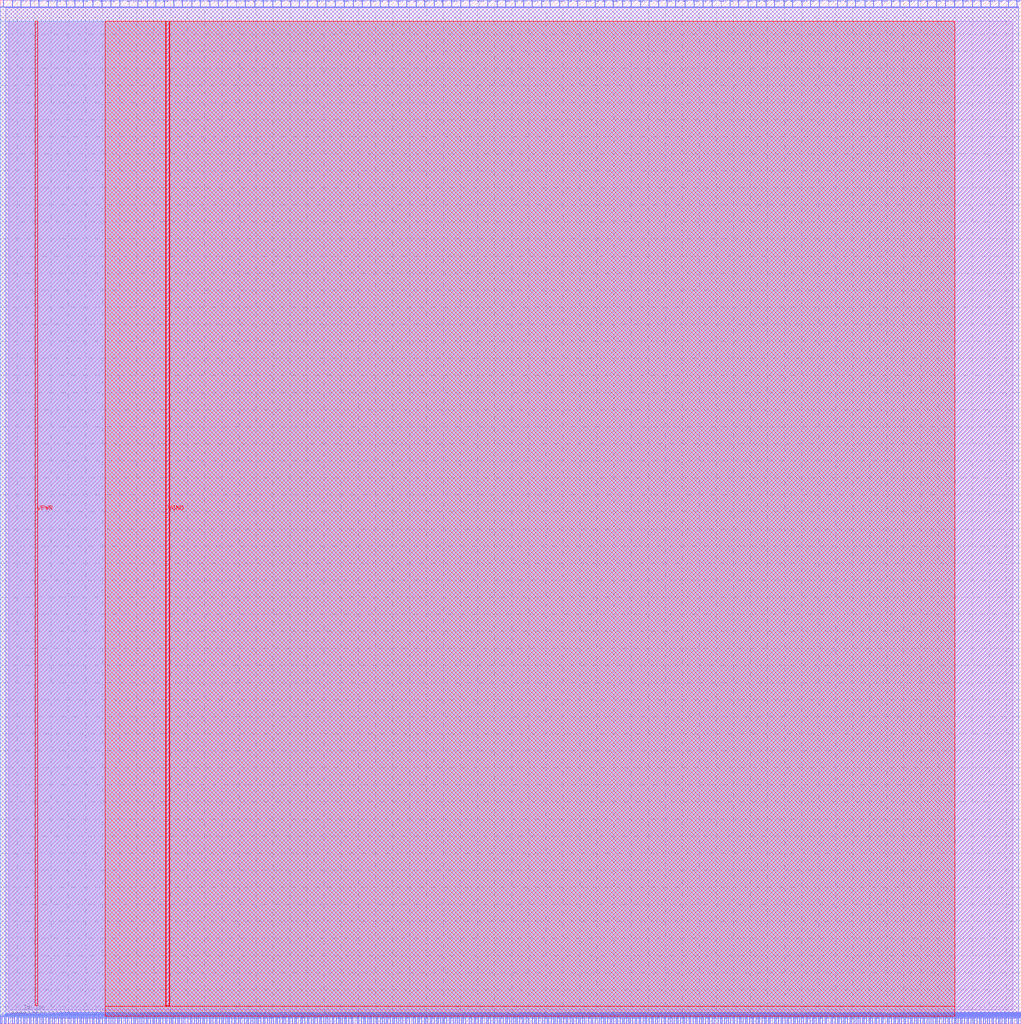
<source format=lef>
VERSION 5.7 ;
  NOWIREEXTENSIONATPIN ON ;
  DIVIDERCHAR "/" ;
  BUSBITCHARS "[]" ;
MACRO user_proj_example
  CLASS BLOCK ;
  FOREIGN user_proj_example ;
  ORIGIN -0.005 0.000 ;
  SIZE 598.765 BY 600.000 ;
  PIN io_in[0]
    DIRECTION INPUT ;
    PORT
      LAYER met2 ;
        RECT 1.870 596.000 2.150 600.000 ;
    END
  END io_in[0]
  PIN io_in[10]
    DIRECTION INPUT ;
    PORT
      LAYER met2 ;
        RECT 159.650 596.000 159.930 600.000 ;
    END
  END io_in[10]
  PIN io_in[11]
    DIRECTION INPUT ;
    PORT
      LAYER met2 ;
        RECT 175.290 596.000 175.570 600.000 ;
    END
  END io_in[11]
  PIN io_in[12]
    DIRECTION INPUT ;
    PORT
      LAYER met2 ;
        RECT 190.930 596.000 191.210 600.000 ;
    END
  END io_in[12]
  PIN io_in[13]
    DIRECTION INPUT ;
    PORT
      LAYER met2 ;
        RECT 207.030 596.000 207.310 600.000 ;
    END
  END io_in[13]
  PIN io_in[14]
    DIRECTION INPUT ;
    PORT
      LAYER met2 ;
        RECT 222.670 596.000 222.950 600.000 ;
    END
  END io_in[14]
  PIN io_in[15]
    DIRECTION INPUT ;
    PORT
      LAYER met2 ;
        RECT 238.310 596.000 238.590 600.000 ;
    END
  END io_in[15]
  PIN io_in[16]
    DIRECTION INPUT ;
    PORT
      LAYER met2 ;
        RECT 254.410 596.000 254.690 600.000 ;
    END
  END io_in[16]
  PIN io_in[17]
    DIRECTION INPUT ;
    PORT
      LAYER met2 ;
        RECT 270.050 596.000 270.330 600.000 ;
    END
  END io_in[17]
  PIN io_in[18]
    DIRECTION INPUT ;
    PORT
      LAYER met2 ;
        RECT 285.690 596.000 285.970 600.000 ;
    END
  END io_in[18]
  PIN io_in[19]
    DIRECTION INPUT ;
    PORT
      LAYER met2 ;
        RECT 301.790 596.000 302.070 600.000 ;
    END
  END io_in[19]
  PIN io_in[1]
    DIRECTION INPUT ;
    PORT
      LAYER met2 ;
        RECT 17.510 596.000 17.790 600.000 ;
    END
  END io_in[1]
  PIN io_in[20]
    DIRECTION INPUT ;
    PORT
      LAYER met2 ;
        RECT 317.430 596.000 317.710 600.000 ;
    END
  END io_in[20]
  PIN io_in[21]
    DIRECTION INPUT ;
    PORT
      LAYER met2 ;
        RECT 333.070 596.000 333.350 600.000 ;
    END
  END io_in[21]
  PIN io_in[22]
    DIRECTION INPUT ;
    PORT
      LAYER met2 ;
        RECT 348.710 596.000 348.990 600.000 ;
    END
  END io_in[22]
  PIN io_in[23]
    DIRECTION INPUT ;
    PORT
      LAYER met2 ;
        RECT 364.810 596.000 365.090 600.000 ;
    END
  END io_in[23]
  PIN io_in[24]
    DIRECTION INPUT ;
    PORT
      LAYER met2 ;
        RECT 380.450 596.000 380.730 600.000 ;
    END
  END io_in[24]
  PIN io_in[25]
    DIRECTION INPUT ;
    PORT
      LAYER met2 ;
        RECT 396.090 596.000 396.370 600.000 ;
    END
  END io_in[25]
  PIN io_in[26]
    DIRECTION INPUT ;
    PORT
      LAYER met2 ;
        RECT 412.190 596.000 412.470 600.000 ;
    END
  END io_in[26]
  PIN io_in[27]
    DIRECTION INPUT ;
    PORT
      LAYER met2 ;
        RECT 427.830 596.000 428.110 600.000 ;
    END
  END io_in[27]
  PIN io_in[28]
    DIRECTION INPUT ;
    PORT
      LAYER met2 ;
        RECT 443.470 596.000 443.750 600.000 ;
    END
  END io_in[28]
  PIN io_in[29]
    DIRECTION INPUT ;
    PORT
      LAYER met2 ;
        RECT 459.570 596.000 459.850 600.000 ;
    END
  END io_in[29]
  PIN io_in[2]
    DIRECTION INPUT ;
    PORT
      LAYER met2 ;
        RECT 33.150 596.000 33.430 600.000 ;
    END
  END io_in[2]
  PIN io_in[30]
    DIRECTION INPUT ;
    PORT
      LAYER met2 ;
        RECT 475.210 596.000 475.490 600.000 ;
    END
  END io_in[30]
  PIN io_in[31]
    DIRECTION INPUT ;
    PORT
      LAYER met2 ;
        RECT 490.850 596.000 491.130 600.000 ;
    END
  END io_in[31]
  PIN io_in[32]
    DIRECTION INPUT ;
    PORT
      LAYER met2 ;
        RECT 506.950 596.000 507.230 600.000 ;
    END
  END io_in[32]
  PIN io_in[33]
    DIRECTION INPUT ;
    PORT
      LAYER met2 ;
        RECT 522.590 596.000 522.870 600.000 ;
    END
  END io_in[33]
  PIN io_in[34]
    DIRECTION INPUT ;
    PORT
      LAYER met2 ;
        RECT 538.230 596.000 538.510 600.000 ;
    END
  END io_in[34]
  PIN io_in[35]
    DIRECTION INPUT ;
    PORT
      LAYER met2 ;
        RECT 554.330 596.000 554.610 600.000 ;
    END
  END io_in[35]
  PIN io_in[36]
    DIRECTION INPUT ;
    PORT
      LAYER met2 ;
        RECT 569.970 596.000 570.250 600.000 ;
    END
  END io_in[36]
  PIN io_in[37]
    DIRECTION INPUT ;
    PORT
      LAYER met2 ;
        RECT 585.610 596.000 585.890 600.000 ;
    END
  END io_in[37]
  PIN io_in[3]
    DIRECTION INPUT ;
    PORT
      LAYER met2 ;
        RECT 48.790 596.000 49.070 600.000 ;
    END
  END io_in[3]
  PIN io_in[4]
    DIRECTION INPUT ;
    PORT
      LAYER met2 ;
        RECT 64.890 596.000 65.170 600.000 ;
    END
  END io_in[4]
  PIN io_in[5]
    DIRECTION INPUT ;
    PORT
      LAYER met2 ;
        RECT 80.530 596.000 80.810 600.000 ;
    END
  END io_in[5]
  PIN io_in[6]
    DIRECTION INPUT ;
    PORT
      LAYER met2 ;
        RECT 96.170 596.000 96.450 600.000 ;
    END
  END io_in[6]
  PIN io_in[7]
    DIRECTION INPUT ;
    PORT
      LAYER met2 ;
        RECT 112.270 596.000 112.550 600.000 ;
    END
  END io_in[7]
  PIN io_in[8]
    DIRECTION INPUT ;
    PORT
      LAYER met2 ;
        RECT 127.910 596.000 128.190 600.000 ;
    END
  END io_in[8]
  PIN io_in[9]
    DIRECTION INPUT ;
    PORT
      LAYER met2 ;
        RECT 143.550 596.000 143.830 600.000 ;
    END
  END io_in[9]
  PIN io_oeb[0]
    DIRECTION OUTPUT TRISTATE ;
    PORT
      LAYER met2 ;
        RECT 6.930 596.000 7.210 600.000 ;
    END
  END io_oeb[0]
  PIN io_oeb[10]
    DIRECTION OUTPUT TRISTATE ;
    PORT
      LAYER met2 ;
        RECT 164.710 596.000 164.990 600.000 ;
    END
  END io_oeb[10]
  PIN io_oeb[11]
    DIRECTION OUTPUT TRISTATE ;
    PORT
      LAYER met2 ;
        RECT 180.350 596.000 180.630 600.000 ;
    END
  END io_oeb[11]
  PIN io_oeb[12]
    DIRECTION OUTPUT TRISTATE ;
    PORT
      LAYER met2 ;
        RECT 196.450 596.000 196.730 600.000 ;
    END
  END io_oeb[12]
  PIN io_oeb[13]
    DIRECTION OUTPUT TRISTATE ;
    PORT
      LAYER met2 ;
        RECT 212.090 596.000 212.370 600.000 ;
    END
  END io_oeb[13]
  PIN io_oeb[14]
    DIRECTION OUTPUT TRISTATE ;
    PORT
      LAYER met2 ;
        RECT 227.730 596.000 228.010 600.000 ;
    END
  END io_oeb[14]
  PIN io_oeb[15]
    DIRECTION OUTPUT TRISTATE ;
    PORT
      LAYER met2 ;
        RECT 243.830 596.000 244.110 600.000 ;
    END
  END io_oeb[15]
  PIN io_oeb[16]
    DIRECTION OUTPUT TRISTATE ;
    PORT
      LAYER met2 ;
        RECT 259.470 596.000 259.750 600.000 ;
    END
  END io_oeb[16]
  PIN io_oeb[17]
    DIRECTION OUTPUT TRISTATE ;
    PORT
      LAYER met2 ;
        RECT 275.110 596.000 275.390 600.000 ;
    END
  END io_oeb[17]
  PIN io_oeb[18]
    DIRECTION OUTPUT TRISTATE ;
    PORT
      LAYER met2 ;
        RECT 291.210 596.000 291.490 600.000 ;
    END
  END io_oeb[18]
  PIN io_oeb[19]
    DIRECTION OUTPUT TRISTATE ;
    PORT
      LAYER met2 ;
        RECT 306.850 596.000 307.130 600.000 ;
    END
  END io_oeb[19]
  PIN io_oeb[1]
    DIRECTION OUTPUT TRISTATE ;
    PORT
      LAYER met2 ;
        RECT 22.570 596.000 22.850 600.000 ;
    END
  END io_oeb[1]
  PIN io_oeb[20]
    DIRECTION OUTPUT TRISTATE ;
    PORT
      LAYER met2 ;
        RECT 322.490 596.000 322.770 600.000 ;
    END
  END io_oeb[20]
  PIN io_oeb[21]
    DIRECTION OUTPUT TRISTATE ;
    PORT
      LAYER met2 ;
        RECT 338.590 596.000 338.870 600.000 ;
    END
  END io_oeb[21]
  PIN io_oeb[22]
    DIRECTION OUTPUT TRISTATE ;
    PORT
      LAYER met2 ;
        RECT 354.230 596.000 354.510 600.000 ;
    END
  END io_oeb[22]
  PIN io_oeb[23]
    DIRECTION OUTPUT TRISTATE ;
    PORT
      LAYER met2 ;
        RECT 369.870 596.000 370.150 600.000 ;
    END
  END io_oeb[23]
  PIN io_oeb[24]
    DIRECTION OUTPUT TRISTATE ;
    PORT
      LAYER met2 ;
        RECT 385.970 596.000 386.250 600.000 ;
    END
  END io_oeb[24]
  PIN io_oeb[25]
    DIRECTION OUTPUT TRISTATE ;
    PORT
      LAYER met2 ;
        RECT 401.610 596.000 401.890 600.000 ;
    END
  END io_oeb[25]
  PIN io_oeb[26]
    DIRECTION OUTPUT TRISTATE ;
    PORT
      LAYER met2 ;
        RECT 417.250 596.000 417.530 600.000 ;
    END
  END io_oeb[26]
  PIN io_oeb[27]
    DIRECTION OUTPUT TRISTATE ;
    PORT
      LAYER met2 ;
        RECT 432.890 596.000 433.170 600.000 ;
    END
  END io_oeb[27]
  PIN io_oeb[28]
    DIRECTION OUTPUT TRISTATE ;
    PORT
      LAYER met2 ;
        RECT 448.990 596.000 449.270 600.000 ;
    END
  END io_oeb[28]
  PIN io_oeb[29]
    DIRECTION OUTPUT TRISTATE ;
    PORT
      LAYER met2 ;
        RECT 464.630 596.000 464.910 600.000 ;
    END
  END io_oeb[29]
  PIN io_oeb[2]
    DIRECTION OUTPUT TRISTATE ;
    PORT
      LAYER met2 ;
        RECT 38.670 596.000 38.950 600.000 ;
    END
  END io_oeb[2]
  PIN io_oeb[30]
    DIRECTION OUTPUT TRISTATE ;
    PORT
      LAYER met2 ;
        RECT 480.270 596.000 480.550 600.000 ;
    END
  END io_oeb[30]
  PIN io_oeb[31]
    DIRECTION OUTPUT TRISTATE ;
    PORT
      LAYER met2 ;
        RECT 496.370 596.000 496.650 600.000 ;
    END
  END io_oeb[31]
  PIN io_oeb[32]
    DIRECTION OUTPUT TRISTATE ;
    PORT
      LAYER met2 ;
        RECT 512.010 596.000 512.290 600.000 ;
    END
  END io_oeb[32]
  PIN io_oeb[33]
    DIRECTION OUTPUT TRISTATE ;
    PORT
      LAYER met2 ;
        RECT 527.650 596.000 527.930 600.000 ;
    END
  END io_oeb[33]
  PIN io_oeb[34]
    DIRECTION OUTPUT TRISTATE ;
    PORT
      LAYER met2 ;
        RECT 543.750 596.000 544.030 600.000 ;
    END
  END io_oeb[34]
  PIN io_oeb[35]
    DIRECTION OUTPUT TRISTATE ;
    PORT
      LAYER met2 ;
        RECT 559.390 596.000 559.670 600.000 ;
    END
  END io_oeb[35]
  PIN io_oeb[36]
    DIRECTION OUTPUT TRISTATE ;
    PORT
      LAYER met2 ;
        RECT 575.030 596.000 575.310 600.000 ;
    END
  END io_oeb[36]
  PIN io_oeb[37]
    DIRECTION OUTPUT TRISTATE ;
    PORT
      LAYER met2 ;
        RECT 591.130 596.000 591.410 600.000 ;
    END
  END io_oeb[37]
  PIN io_oeb[3]
    DIRECTION OUTPUT TRISTATE ;
    PORT
      LAYER met2 ;
        RECT 54.310 596.000 54.590 600.000 ;
    END
  END io_oeb[3]
  PIN io_oeb[4]
    DIRECTION OUTPUT TRISTATE ;
    PORT
      LAYER met2 ;
        RECT 69.950 596.000 70.230 600.000 ;
    END
  END io_oeb[4]
  PIN io_oeb[5]
    DIRECTION OUTPUT TRISTATE ;
    PORT
      LAYER met2 ;
        RECT 86.050 596.000 86.330 600.000 ;
    END
  END io_oeb[5]
  PIN io_oeb[6]
    DIRECTION OUTPUT TRISTATE ;
    PORT
      LAYER met2 ;
        RECT 101.690 596.000 101.970 600.000 ;
    END
  END io_oeb[6]
  PIN io_oeb[7]
    DIRECTION OUTPUT TRISTATE ;
    PORT
      LAYER met2 ;
        RECT 117.330 596.000 117.610 600.000 ;
    END
  END io_oeb[7]
  PIN io_oeb[8]
    DIRECTION OUTPUT TRISTATE ;
    PORT
      LAYER met2 ;
        RECT 132.970 596.000 133.250 600.000 ;
    END
  END io_oeb[8]
  PIN io_oeb[9]
    DIRECTION OUTPUT TRISTATE ;
    PORT
      LAYER met2 ;
        RECT 149.070 596.000 149.350 600.000 ;
    END
  END io_oeb[9]
  PIN io_out[0]
    DIRECTION OUTPUT TRISTATE ;
    PORT
      LAYER met2 ;
        RECT 11.990 596.000 12.270 600.000 ;
    END
  END io_out[0]
  PIN io_out[10]
    DIRECTION OUTPUT TRISTATE ;
    PORT
      LAYER met2 ;
        RECT 170.230 596.000 170.510 600.000 ;
    END
  END io_out[10]
  PIN io_out[11]
    DIRECTION OUTPUT TRISTATE ;
    PORT
      LAYER met2 ;
        RECT 185.870 596.000 186.150 600.000 ;
    END
  END io_out[11]
  PIN io_out[12]
    DIRECTION OUTPUT TRISTATE ;
    PORT
      LAYER met2 ;
        RECT 201.510 596.000 201.790 600.000 ;
    END
  END io_out[12]
  PIN io_out[13]
    DIRECTION OUTPUT TRISTATE ;
    PORT
      LAYER met2 ;
        RECT 217.150 596.000 217.430 600.000 ;
    END
  END io_out[13]
  PIN io_out[14]
    DIRECTION OUTPUT TRISTATE ;
    PORT
      LAYER met2 ;
        RECT 233.250 596.000 233.530 600.000 ;
    END
  END io_out[14]
  PIN io_out[15]
    DIRECTION OUTPUT TRISTATE ;
    PORT
      LAYER met2 ;
        RECT 248.890 596.000 249.170 600.000 ;
    END
  END io_out[15]
  PIN io_out[16]
    DIRECTION OUTPUT TRISTATE ;
    PORT
      LAYER met2 ;
        RECT 264.530 596.000 264.810 600.000 ;
    END
  END io_out[16]
  PIN io_out[17]
    DIRECTION OUTPUT TRISTATE ;
    PORT
      LAYER met2 ;
        RECT 280.630 596.000 280.910 600.000 ;
    END
  END io_out[17]
  PIN io_out[18]
    DIRECTION OUTPUT TRISTATE ;
    PORT
      LAYER met2 ;
        RECT 296.270 596.000 296.550 600.000 ;
    END
  END io_out[18]
  PIN io_out[19]
    DIRECTION OUTPUT TRISTATE ;
    PORT
      LAYER met2 ;
        RECT 311.910 596.000 312.190 600.000 ;
    END
  END io_out[19]
  PIN io_out[1]
    DIRECTION OUTPUT TRISTATE ;
    PORT
      LAYER met2 ;
        RECT 28.090 596.000 28.370 600.000 ;
    END
  END io_out[1]
  PIN io_out[20]
    DIRECTION OUTPUT TRISTATE ;
    PORT
      LAYER met2 ;
        RECT 328.010 596.000 328.290 600.000 ;
    END
  END io_out[20]
  PIN io_out[21]
    DIRECTION OUTPUT TRISTATE ;
    PORT
      LAYER met2 ;
        RECT 343.650 596.000 343.930 600.000 ;
    END
  END io_out[21]
  PIN io_out[22]
    DIRECTION OUTPUT TRISTATE ;
    PORT
      LAYER met2 ;
        RECT 359.290 596.000 359.570 600.000 ;
    END
  END io_out[22]
  PIN io_out[23]
    DIRECTION OUTPUT TRISTATE ;
    PORT
      LAYER met2 ;
        RECT 375.390 596.000 375.670 600.000 ;
    END
  END io_out[23]
  PIN io_out[24]
    DIRECTION OUTPUT TRISTATE ;
    PORT
      LAYER met2 ;
        RECT 391.030 596.000 391.310 600.000 ;
    END
  END io_out[24]
  PIN io_out[25]
    DIRECTION OUTPUT TRISTATE ;
    PORT
      LAYER met2 ;
        RECT 406.670 596.000 406.950 600.000 ;
    END
  END io_out[25]
  PIN io_out[26]
    DIRECTION OUTPUT TRISTATE ;
    PORT
      LAYER met2 ;
        RECT 422.770 596.000 423.050 600.000 ;
    END
  END io_out[26]
  PIN io_out[27]
    DIRECTION OUTPUT TRISTATE ;
    PORT
      LAYER met2 ;
        RECT 438.410 596.000 438.690 600.000 ;
    END
  END io_out[27]
  PIN io_out[28]
    DIRECTION OUTPUT TRISTATE ;
    PORT
      LAYER met2 ;
        RECT 454.050 596.000 454.330 600.000 ;
    END
  END io_out[28]
  PIN io_out[29]
    DIRECTION OUTPUT TRISTATE ;
    PORT
      LAYER met2 ;
        RECT 470.150 596.000 470.430 600.000 ;
    END
  END io_out[29]
  PIN io_out[2]
    DIRECTION OUTPUT TRISTATE ;
    PORT
      LAYER met2 ;
        RECT 43.730 596.000 44.010 600.000 ;
    END
  END io_out[2]
  PIN io_out[30]
    DIRECTION OUTPUT TRISTATE ;
    PORT
      LAYER met2 ;
        RECT 485.790 596.000 486.070 600.000 ;
    END
  END io_out[30]
  PIN io_out[31]
    DIRECTION OUTPUT TRISTATE ;
    PORT
      LAYER met2 ;
        RECT 501.430 596.000 501.710 600.000 ;
    END
  END io_out[31]
  PIN io_out[32]
    DIRECTION OUTPUT TRISTATE ;
    PORT
      LAYER met2 ;
        RECT 517.070 596.000 517.350 600.000 ;
    END
  END io_out[32]
  PIN io_out[33]
    DIRECTION OUTPUT TRISTATE ;
    PORT
      LAYER met2 ;
        RECT 533.170 596.000 533.450 600.000 ;
    END
  END io_out[33]
  PIN io_out[34]
    DIRECTION OUTPUT TRISTATE ;
    PORT
      LAYER met2 ;
        RECT 548.810 596.000 549.090 600.000 ;
    END
  END io_out[34]
  PIN io_out[35]
    DIRECTION OUTPUT TRISTATE ;
    PORT
      LAYER met2 ;
        RECT 564.450 596.000 564.730 600.000 ;
    END
  END io_out[35]
  PIN io_out[36]
    DIRECTION OUTPUT TRISTATE ;
    PORT
      LAYER met2 ;
        RECT 580.550 596.000 580.830 600.000 ;
    END
  END io_out[36]
  PIN io_out[37]
    DIRECTION OUTPUT TRISTATE ;
    PORT
      LAYER met2 ;
        RECT 596.190 596.000 596.470 600.000 ;
    END
  END io_out[37]
  PIN io_out[3]
    DIRECTION OUTPUT TRISTATE ;
    PORT
      LAYER met2 ;
        RECT 59.370 596.000 59.650 600.000 ;
    END
  END io_out[3]
  PIN io_out[4]
    DIRECTION OUTPUT TRISTATE ;
    PORT
      LAYER met2 ;
        RECT 75.470 596.000 75.750 600.000 ;
    END
  END io_out[4]
  PIN io_out[5]
    DIRECTION OUTPUT TRISTATE ;
    PORT
      LAYER met2 ;
        RECT 91.110 596.000 91.390 600.000 ;
    END
  END io_out[5]
  PIN io_out[6]
    DIRECTION OUTPUT TRISTATE ;
    PORT
      LAYER met2 ;
        RECT 106.750 596.000 107.030 600.000 ;
    END
  END io_out[6]
  PIN io_out[7]
    DIRECTION OUTPUT TRISTATE ;
    PORT
      LAYER met2 ;
        RECT 122.850 596.000 123.130 600.000 ;
    END
  END io_out[7]
  PIN io_out[8]
    DIRECTION OUTPUT TRISTATE ;
    PORT
      LAYER met2 ;
        RECT 138.490 596.000 138.770 600.000 ;
    END
  END io_out[8]
  PIN io_out[9]
    DIRECTION OUTPUT TRISTATE ;
    PORT
      LAYER met2 ;
        RECT 154.130 596.000 154.410 600.000 ;
    END
  END io_out[9]
  PIN la_data_in[0]
    DIRECTION INPUT ;
    PORT
      LAYER met2 ;
        RECT 129.750 0.000 130.030 4.000 ;
    END
  END la_data_in[0]
  PIN la_data_in[100]
    DIRECTION INPUT ;
    PORT
      LAYER met2 ;
        RECT 496.830 0.000 497.110 4.000 ;
    END
  END la_data_in[100]
  PIN la_data_in[101]
    DIRECTION INPUT ;
    PORT
      LAYER met2 ;
        RECT 500.510 0.000 500.790 4.000 ;
    END
  END la_data_in[101]
  PIN la_data_in[102]
    DIRECTION INPUT ;
    PORT
      LAYER met2 ;
        RECT 504.190 0.000 504.470 4.000 ;
    END
  END la_data_in[102]
  PIN la_data_in[103]
    DIRECTION INPUT ;
    PORT
      LAYER met2 ;
        RECT 507.870 0.000 508.150 4.000 ;
    END
  END la_data_in[103]
  PIN la_data_in[104]
    DIRECTION INPUT ;
    PORT
      LAYER met2 ;
        RECT 511.550 0.000 511.830 4.000 ;
    END
  END la_data_in[104]
  PIN la_data_in[105]
    DIRECTION INPUT ;
    PORT
      LAYER met2 ;
        RECT 515.230 0.000 515.510 4.000 ;
    END
  END la_data_in[105]
  PIN la_data_in[106]
    DIRECTION INPUT ;
    PORT
      LAYER met2 ;
        RECT 518.910 0.000 519.190 4.000 ;
    END
  END la_data_in[106]
  PIN la_data_in[107]
    DIRECTION INPUT ;
    PORT
      LAYER met2 ;
        RECT 522.590 0.000 522.870 4.000 ;
    END
  END la_data_in[107]
  PIN la_data_in[108]
    DIRECTION INPUT ;
    PORT
      LAYER met2 ;
        RECT 526.270 0.000 526.550 4.000 ;
    END
  END la_data_in[108]
  PIN la_data_in[109]
    DIRECTION INPUT ;
    PORT
      LAYER met2 ;
        RECT 529.950 0.000 530.230 4.000 ;
    END
  END la_data_in[109]
  PIN la_data_in[10]
    DIRECTION INPUT ;
    PORT
      LAYER met2 ;
        RECT 166.090 0.000 166.370 4.000 ;
    END
  END la_data_in[10]
  PIN la_data_in[110]
    DIRECTION INPUT ;
    PORT
      LAYER met2 ;
        RECT 533.630 0.000 533.910 4.000 ;
    END
  END la_data_in[110]
  PIN la_data_in[111]
    DIRECTION INPUT ;
    PORT
      LAYER met2 ;
        RECT 537.310 0.000 537.590 4.000 ;
    END
  END la_data_in[111]
  PIN la_data_in[112]
    DIRECTION INPUT ;
    PORT
      LAYER met2 ;
        RECT 540.990 0.000 541.270 4.000 ;
    END
  END la_data_in[112]
  PIN la_data_in[113]
    DIRECTION INPUT ;
    PORT
      LAYER met2 ;
        RECT 544.670 0.000 544.950 4.000 ;
    END
  END la_data_in[113]
  PIN la_data_in[114]
    DIRECTION INPUT ;
    PORT
      LAYER met2 ;
        RECT 548.350 0.000 548.630 4.000 ;
    END
  END la_data_in[114]
  PIN la_data_in[115]
    DIRECTION INPUT ;
    PORT
      LAYER met2 ;
        RECT 552.030 0.000 552.310 4.000 ;
    END
  END la_data_in[115]
  PIN la_data_in[116]
    DIRECTION INPUT ;
    PORT
      LAYER met2 ;
        RECT 555.710 0.000 555.990 4.000 ;
    END
  END la_data_in[116]
  PIN la_data_in[117]
    DIRECTION INPUT ;
    PORT
      LAYER met2 ;
        RECT 559.390 0.000 559.670 4.000 ;
    END
  END la_data_in[117]
  PIN la_data_in[118]
    DIRECTION INPUT ;
    PORT
      LAYER met2 ;
        RECT 563.070 0.000 563.350 4.000 ;
    END
  END la_data_in[118]
  PIN la_data_in[119]
    DIRECTION INPUT ;
    PORT
      LAYER met2 ;
        RECT 566.750 0.000 567.030 4.000 ;
    END
  END la_data_in[119]
  PIN la_data_in[11]
    DIRECTION INPUT ;
    PORT
      LAYER met2 ;
        RECT 169.770 0.000 170.050 4.000 ;
    END
  END la_data_in[11]
  PIN la_data_in[120]
    DIRECTION INPUT ;
    PORT
      LAYER met2 ;
        RECT 570.430 0.000 570.710 4.000 ;
    END
  END la_data_in[120]
  PIN la_data_in[121]
    DIRECTION INPUT ;
    PORT
      LAYER met2 ;
        RECT 574.110 0.000 574.390 4.000 ;
    END
  END la_data_in[121]
  PIN la_data_in[122]
    DIRECTION INPUT ;
    PORT
      LAYER met2 ;
        RECT 577.790 0.000 578.070 4.000 ;
    END
  END la_data_in[122]
  PIN la_data_in[123]
    DIRECTION INPUT ;
    PORT
      LAYER met2 ;
        RECT 581.470 0.000 581.750 4.000 ;
    END
  END la_data_in[123]
  PIN la_data_in[124]
    DIRECTION INPUT ;
    PORT
      LAYER met2 ;
        RECT 585.150 0.000 585.430 4.000 ;
    END
  END la_data_in[124]
  PIN la_data_in[125]
    DIRECTION INPUT ;
    PORT
      LAYER met2 ;
        RECT 588.830 0.000 589.110 4.000 ;
    END
  END la_data_in[125]
  PIN la_data_in[126]
    DIRECTION INPUT ;
    PORT
      LAYER met2 ;
        RECT 592.510 0.000 592.790 4.000 ;
    END
  END la_data_in[126]
  PIN la_data_in[127]
    DIRECTION INPUT ;
    PORT
      LAYER met2 ;
        RECT 596.190 0.000 596.470 4.000 ;
    END
  END la_data_in[127]
  PIN la_data_in[12]
    DIRECTION INPUT ;
    PORT
      LAYER met2 ;
        RECT 173.450 0.000 173.730 4.000 ;
    END
  END la_data_in[12]
  PIN la_data_in[13]
    DIRECTION INPUT ;
    PORT
      LAYER met2 ;
        RECT 177.130 0.000 177.410 4.000 ;
    END
  END la_data_in[13]
  PIN la_data_in[14]
    DIRECTION INPUT ;
    PORT
      LAYER met2 ;
        RECT 180.810 0.000 181.090 4.000 ;
    END
  END la_data_in[14]
  PIN la_data_in[15]
    DIRECTION INPUT ;
    PORT
      LAYER met2 ;
        RECT 184.490 0.000 184.770 4.000 ;
    END
  END la_data_in[15]
  PIN la_data_in[16]
    DIRECTION INPUT ;
    PORT
      LAYER met2 ;
        RECT 188.170 0.000 188.450 4.000 ;
    END
  END la_data_in[16]
  PIN la_data_in[17]
    DIRECTION INPUT ;
    PORT
      LAYER met2 ;
        RECT 191.850 0.000 192.130 4.000 ;
    END
  END la_data_in[17]
  PIN la_data_in[18]
    DIRECTION INPUT ;
    PORT
      LAYER met2 ;
        RECT 195.530 0.000 195.810 4.000 ;
    END
  END la_data_in[18]
  PIN la_data_in[19]
    DIRECTION INPUT ;
    PORT
      LAYER met2 ;
        RECT 199.210 0.000 199.490 4.000 ;
    END
  END la_data_in[19]
  PIN la_data_in[1]
    DIRECTION INPUT ;
    PORT
      LAYER met2 ;
        RECT 133.430 0.000 133.710 4.000 ;
    END
  END la_data_in[1]
  PIN la_data_in[20]
    DIRECTION INPUT ;
    PORT
      LAYER met2 ;
        RECT 202.890 0.000 203.170 4.000 ;
    END
  END la_data_in[20]
  PIN la_data_in[21]
    DIRECTION INPUT ;
    PORT
      LAYER met2 ;
        RECT 206.570 0.000 206.850 4.000 ;
    END
  END la_data_in[21]
  PIN la_data_in[22]
    DIRECTION INPUT ;
    PORT
      LAYER met2 ;
        RECT 210.250 0.000 210.530 4.000 ;
    END
  END la_data_in[22]
  PIN la_data_in[23]
    DIRECTION INPUT ;
    PORT
      LAYER met2 ;
        RECT 213.930 0.000 214.210 4.000 ;
    END
  END la_data_in[23]
  PIN la_data_in[24]
    DIRECTION INPUT ;
    PORT
      LAYER met2 ;
        RECT 217.610 0.000 217.890 4.000 ;
    END
  END la_data_in[24]
  PIN la_data_in[25]
    DIRECTION INPUT ;
    PORT
      LAYER met2 ;
        RECT 221.290 0.000 221.570 4.000 ;
    END
  END la_data_in[25]
  PIN la_data_in[26]
    DIRECTION INPUT ;
    PORT
      LAYER met2 ;
        RECT 224.970 0.000 225.250 4.000 ;
    END
  END la_data_in[26]
  PIN la_data_in[27]
    DIRECTION INPUT ;
    PORT
      LAYER met2 ;
        RECT 228.650 0.000 228.930 4.000 ;
    END
  END la_data_in[27]
  PIN la_data_in[28]
    DIRECTION INPUT ;
    PORT
      LAYER met2 ;
        RECT 232.330 0.000 232.610 4.000 ;
    END
  END la_data_in[28]
  PIN la_data_in[29]
    DIRECTION INPUT ;
    PORT
      LAYER met2 ;
        RECT 236.010 0.000 236.290 4.000 ;
    END
  END la_data_in[29]
  PIN la_data_in[2]
    DIRECTION INPUT ;
    PORT
      LAYER met2 ;
        RECT 137.110 0.000 137.390 4.000 ;
    END
  END la_data_in[2]
  PIN la_data_in[30]
    DIRECTION INPUT ;
    PORT
      LAYER met2 ;
        RECT 239.690 0.000 239.970 4.000 ;
    END
  END la_data_in[30]
  PIN la_data_in[31]
    DIRECTION INPUT ;
    PORT
      LAYER met2 ;
        RECT 243.370 0.000 243.650 4.000 ;
    END
  END la_data_in[31]
  PIN la_data_in[32]
    DIRECTION INPUT ;
    PORT
      LAYER met2 ;
        RECT 247.050 0.000 247.330 4.000 ;
    END
  END la_data_in[32]
  PIN la_data_in[33]
    DIRECTION INPUT ;
    PORT
      LAYER met2 ;
        RECT 250.730 0.000 251.010 4.000 ;
    END
  END la_data_in[33]
  PIN la_data_in[34]
    DIRECTION INPUT ;
    PORT
      LAYER met2 ;
        RECT 254.410 0.000 254.690 4.000 ;
    END
  END la_data_in[34]
  PIN la_data_in[35]
    DIRECTION INPUT ;
    PORT
      LAYER met2 ;
        RECT 258.090 0.000 258.370 4.000 ;
    END
  END la_data_in[35]
  PIN la_data_in[36]
    DIRECTION INPUT ;
    PORT
      LAYER met2 ;
        RECT 261.770 0.000 262.050 4.000 ;
    END
  END la_data_in[36]
  PIN la_data_in[37]
    DIRECTION INPUT ;
    PORT
      LAYER met2 ;
        RECT 265.450 0.000 265.730 4.000 ;
    END
  END la_data_in[37]
  PIN la_data_in[38]
    DIRECTION INPUT ;
    PORT
      LAYER met2 ;
        RECT 269.130 0.000 269.410 4.000 ;
    END
  END la_data_in[38]
  PIN la_data_in[39]
    DIRECTION INPUT ;
    PORT
      LAYER met2 ;
        RECT 272.810 0.000 273.090 4.000 ;
    END
  END la_data_in[39]
  PIN la_data_in[3]
    DIRECTION INPUT ;
    PORT
      LAYER met2 ;
        RECT 140.790 0.000 141.070 4.000 ;
    END
  END la_data_in[3]
  PIN la_data_in[40]
    DIRECTION INPUT ;
    PORT
      LAYER met2 ;
        RECT 276.490 0.000 276.770 4.000 ;
    END
  END la_data_in[40]
  PIN la_data_in[41]
    DIRECTION INPUT ;
    PORT
      LAYER met2 ;
        RECT 280.170 0.000 280.450 4.000 ;
    END
  END la_data_in[41]
  PIN la_data_in[42]
    DIRECTION INPUT ;
    PORT
      LAYER met2 ;
        RECT 283.850 0.000 284.130 4.000 ;
    END
  END la_data_in[42]
  PIN la_data_in[43]
    DIRECTION INPUT ;
    PORT
      LAYER met2 ;
        RECT 287.530 0.000 287.810 4.000 ;
    END
  END la_data_in[43]
  PIN la_data_in[44]
    DIRECTION INPUT ;
    PORT
      LAYER met2 ;
        RECT 291.210 0.000 291.490 4.000 ;
    END
  END la_data_in[44]
  PIN la_data_in[45]
    DIRECTION INPUT ;
    PORT
      LAYER met2 ;
        RECT 294.890 0.000 295.170 4.000 ;
    END
  END la_data_in[45]
  PIN la_data_in[46]
    DIRECTION INPUT ;
    PORT
      LAYER met2 ;
        RECT 298.570 0.000 298.850 4.000 ;
    END
  END la_data_in[46]
  PIN la_data_in[47]
    DIRECTION INPUT ;
    PORT
      LAYER met2 ;
        RECT 302.250 0.000 302.530 4.000 ;
    END
  END la_data_in[47]
  PIN la_data_in[48]
    DIRECTION INPUT ;
    PORT
      LAYER met2 ;
        RECT 305.930 0.000 306.210 4.000 ;
    END
  END la_data_in[48]
  PIN la_data_in[49]
    DIRECTION INPUT ;
    PORT
      LAYER met2 ;
        RECT 309.610 0.000 309.890 4.000 ;
    END
  END la_data_in[49]
  PIN la_data_in[4]
    DIRECTION INPUT ;
    PORT
      LAYER met2 ;
        RECT 144.470 0.000 144.750 4.000 ;
    END
  END la_data_in[4]
  PIN la_data_in[50]
    DIRECTION INPUT ;
    PORT
      LAYER met2 ;
        RECT 313.290 0.000 313.570 4.000 ;
    END
  END la_data_in[50]
  PIN la_data_in[51]
    DIRECTION INPUT ;
    PORT
      LAYER met2 ;
        RECT 316.970 0.000 317.250 4.000 ;
    END
  END la_data_in[51]
  PIN la_data_in[52]
    DIRECTION INPUT ;
    PORT
      LAYER met2 ;
        RECT 320.650 0.000 320.930 4.000 ;
    END
  END la_data_in[52]
  PIN la_data_in[53]
    DIRECTION INPUT ;
    PORT
      LAYER met2 ;
        RECT 324.330 0.000 324.610 4.000 ;
    END
  END la_data_in[53]
  PIN la_data_in[54]
    DIRECTION INPUT ;
    PORT
      LAYER met2 ;
        RECT 328.010 0.000 328.290 4.000 ;
    END
  END la_data_in[54]
  PIN la_data_in[55]
    DIRECTION INPUT ;
    PORT
      LAYER met2 ;
        RECT 331.690 0.000 331.970 4.000 ;
    END
  END la_data_in[55]
  PIN la_data_in[56]
    DIRECTION INPUT ;
    PORT
      LAYER met2 ;
        RECT 335.370 0.000 335.650 4.000 ;
    END
  END la_data_in[56]
  PIN la_data_in[57]
    DIRECTION INPUT ;
    PORT
      LAYER met2 ;
        RECT 339.050 0.000 339.330 4.000 ;
    END
  END la_data_in[57]
  PIN la_data_in[58]
    DIRECTION INPUT ;
    PORT
      LAYER met2 ;
        RECT 342.730 0.000 343.010 4.000 ;
    END
  END la_data_in[58]
  PIN la_data_in[59]
    DIRECTION INPUT ;
    PORT
      LAYER met2 ;
        RECT 346.410 0.000 346.690 4.000 ;
    END
  END la_data_in[59]
  PIN la_data_in[5]
    DIRECTION INPUT ;
    PORT
      LAYER met2 ;
        RECT 148.150 0.000 148.430 4.000 ;
    END
  END la_data_in[5]
  PIN la_data_in[60]
    DIRECTION INPUT ;
    PORT
      LAYER met2 ;
        RECT 350.090 0.000 350.370 4.000 ;
    END
  END la_data_in[60]
  PIN la_data_in[61]
    DIRECTION INPUT ;
    PORT
      LAYER met2 ;
        RECT 353.770 0.000 354.050 4.000 ;
    END
  END la_data_in[61]
  PIN la_data_in[62]
    DIRECTION INPUT ;
    PORT
      LAYER met2 ;
        RECT 357.450 0.000 357.730 4.000 ;
    END
  END la_data_in[62]
  PIN la_data_in[63]
    DIRECTION INPUT ;
    PORT
      LAYER met2 ;
        RECT 361.130 0.000 361.410 4.000 ;
    END
  END la_data_in[63]
  PIN la_data_in[64]
    DIRECTION INPUT ;
    PORT
      LAYER met2 ;
        RECT 364.810 0.000 365.090 4.000 ;
    END
  END la_data_in[64]
  PIN la_data_in[65]
    DIRECTION INPUT ;
    PORT
      LAYER met2 ;
        RECT 368.490 0.000 368.770 4.000 ;
    END
  END la_data_in[65]
  PIN la_data_in[66]
    DIRECTION INPUT ;
    PORT
      LAYER met2 ;
        RECT 372.170 0.000 372.450 4.000 ;
    END
  END la_data_in[66]
  PIN la_data_in[67]
    DIRECTION INPUT ;
    PORT
      LAYER met2 ;
        RECT 375.390 0.000 375.670 4.000 ;
    END
  END la_data_in[67]
  PIN la_data_in[68]
    DIRECTION INPUT ;
    PORT
      LAYER met2 ;
        RECT 379.070 0.000 379.350 4.000 ;
    END
  END la_data_in[68]
  PIN la_data_in[69]
    DIRECTION INPUT ;
    PORT
      LAYER met2 ;
        RECT 382.750 0.000 383.030 4.000 ;
    END
  END la_data_in[69]
  PIN la_data_in[6]
    DIRECTION INPUT ;
    PORT
      LAYER met2 ;
        RECT 151.370 0.000 151.650 4.000 ;
    END
  END la_data_in[6]
  PIN la_data_in[70]
    DIRECTION INPUT ;
    PORT
      LAYER met2 ;
        RECT 386.430 0.000 386.710 4.000 ;
    END
  END la_data_in[70]
  PIN la_data_in[71]
    DIRECTION INPUT ;
    PORT
      LAYER met2 ;
        RECT 390.110 0.000 390.390 4.000 ;
    END
  END la_data_in[71]
  PIN la_data_in[72]
    DIRECTION INPUT ;
    PORT
      LAYER met2 ;
        RECT 393.790 0.000 394.070 4.000 ;
    END
  END la_data_in[72]
  PIN la_data_in[73]
    DIRECTION INPUT ;
    PORT
      LAYER met2 ;
        RECT 397.470 0.000 397.750 4.000 ;
    END
  END la_data_in[73]
  PIN la_data_in[74]
    DIRECTION INPUT ;
    PORT
      LAYER met2 ;
        RECT 401.150 0.000 401.430 4.000 ;
    END
  END la_data_in[74]
  PIN la_data_in[75]
    DIRECTION INPUT ;
    PORT
      LAYER met2 ;
        RECT 404.830 0.000 405.110 4.000 ;
    END
  END la_data_in[75]
  PIN la_data_in[76]
    DIRECTION INPUT ;
    PORT
      LAYER met2 ;
        RECT 408.510 0.000 408.790 4.000 ;
    END
  END la_data_in[76]
  PIN la_data_in[77]
    DIRECTION INPUT ;
    PORT
      LAYER met2 ;
        RECT 412.190 0.000 412.470 4.000 ;
    END
  END la_data_in[77]
  PIN la_data_in[78]
    DIRECTION INPUT ;
    PORT
      LAYER met2 ;
        RECT 415.870 0.000 416.150 4.000 ;
    END
  END la_data_in[78]
  PIN la_data_in[79]
    DIRECTION INPUT ;
    PORT
      LAYER met2 ;
        RECT 419.550 0.000 419.830 4.000 ;
    END
  END la_data_in[79]
  PIN la_data_in[7]
    DIRECTION INPUT ;
    PORT
      LAYER met2 ;
        RECT 155.050 0.000 155.330 4.000 ;
    END
  END la_data_in[7]
  PIN la_data_in[80]
    DIRECTION INPUT ;
    PORT
      LAYER met2 ;
        RECT 423.230 0.000 423.510 4.000 ;
    END
  END la_data_in[80]
  PIN la_data_in[81]
    DIRECTION INPUT ;
    PORT
      LAYER met2 ;
        RECT 426.910 0.000 427.190 4.000 ;
    END
  END la_data_in[81]
  PIN la_data_in[82]
    DIRECTION INPUT ;
    PORT
      LAYER met2 ;
        RECT 430.590 0.000 430.870 4.000 ;
    END
  END la_data_in[82]
  PIN la_data_in[83]
    DIRECTION INPUT ;
    PORT
      LAYER met2 ;
        RECT 434.270 0.000 434.550 4.000 ;
    END
  END la_data_in[83]
  PIN la_data_in[84]
    DIRECTION INPUT ;
    PORT
      LAYER met2 ;
        RECT 437.950 0.000 438.230 4.000 ;
    END
  END la_data_in[84]
  PIN la_data_in[85]
    DIRECTION INPUT ;
    PORT
      LAYER met2 ;
        RECT 441.630 0.000 441.910 4.000 ;
    END
  END la_data_in[85]
  PIN la_data_in[86]
    DIRECTION INPUT ;
    PORT
      LAYER met2 ;
        RECT 445.310 0.000 445.590 4.000 ;
    END
  END la_data_in[86]
  PIN la_data_in[87]
    DIRECTION INPUT ;
    PORT
      LAYER met2 ;
        RECT 448.990 0.000 449.270 4.000 ;
    END
  END la_data_in[87]
  PIN la_data_in[88]
    DIRECTION INPUT ;
    PORT
      LAYER met2 ;
        RECT 452.670 0.000 452.950 4.000 ;
    END
  END la_data_in[88]
  PIN la_data_in[89]
    DIRECTION INPUT ;
    PORT
      LAYER met2 ;
        RECT 456.350 0.000 456.630 4.000 ;
    END
  END la_data_in[89]
  PIN la_data_in[8]
    DIRECTION INPUT ;
    PORT
      LAYER met2 ;
        RECT 158.730 0.000 159.010 4.000 ;
    END
  END la_data_in[8]
  PIN la_data_in[90]
    DIRECTION INPUT ;
    PORT
      LAYER met2 ;
        RECT 460.030 0.000 460.310 4.000 ;
    END
  END la_data_in[90]
  PIN la_data_in[91]
    DIRECTION INPUT ;
    PORT
      LAYER met2 ;
        RECT 463.710 0.000 463.990 4.000 ;
    END
  END la_data_in[91]
  PIN la_data_in[92]
    DIRECTION INPUT ;
    PORT
      LAYER met2 ;
        RECT 467.390 0.000 467.670 4.000 ;
    END
  END la_data_in[92]
  PIN la_data_in[93]
    DIRECTION INPUT ;
    PORT
      LAYER met2 ;
        RECT 471.070 0.000 471.350 4.000 ;
    END
  END la_data_in[93]
  PIN la_data_in[94]
    DIRECTION INPUT ;
    PORT
      LAYER met2 ;
        RECT 474.750 0.000 475.030 4.000 ;
    END
  END la_data_in[94]
  PIN la_data_in[95]
    DIRECTION INPUT ;
    PORT
      LAYER met2 ;
        RECT 478.430 0.000 478.710 4.000 ;
    END
  END la_data_in[95]
  PIN la_data_in[96]
    DIRECTION INPUT ;
    PORT
      LAYER met2 ;
        RECT 482.110 0.000 482.390 4.000 ;
    END
  END la_data_in[96]
  PIN la_data_in[97]
    DIRECTION INPUT ;
    PORT
      LAYER met2 ;
        RECT 485.790 0.000 486.070 4.000 ;
    END
  END la_data_in[97]
  PIN la_data_in[98]
    DIRECTION INPUT ;
    PORT
      LAYER met2 ;
        RECT 489.470 0.000 489.750 4.000 ;
    END
  END la_data_in[98]
  PIN la_data_in[99]
    DIRECTION INPUT ;
    PORT
      LAYER met2 ;
        RECT 493.150 0.000 493.430 4.000 ;
    END
  END la_data_in[99]
  PIN la_data_in[9]
    DIRECTION INPUT ;
    PORT
      LAYER met2 ;
        RECT 162.410 0.000 162.690 4.000 ;
    END
  END la_data_in[9]
  PIN la_data_out[0]
    DIRECTION OUTPUT TRISTATE ;
    PORT
      LAYER met2 ;
        RECT 130.670 0.000 130.950 4.000 ;
    END
  END la_data_out[0]
  PIN la_data_out[100]
    DIRECTION OUTPUT TRISTATE ;
    PORT
      LAYER met2 ;
        RECT 498.210 0.000 498.490 4.000 ;
    END
  END la_data_out[100]
  PIN la_data_out[101]
    DIRECTION OUTPUT TRISTATE ;
    PORT
      LAYER met2 ;
        RECT 501.890 0.000 502.170 4.000 ;
    END
  END la_data_out[101]
  PIN la_data_out[102]
    DIRECTION OUTPUT TRISTATE ;
    PORT
      LAYER met2 ;
        RECT 505.570 0.000 505.850 4.000 ;
    END
  END la_data_out[102]
  PIN la_data_out[103]
    DIRECTION OUTPUT TRISTATE ;
    PORT
      LAYER met2 ;
        RECT 509.250 0.000 509.530 4.000 ;
    END
  END la_data_out[103]
  PIN la_data_out[104]
    DIRECTION OUTPUT TRISTATE ;
    PORT
      LAYER met2 ;
        RECT 512.930 0.000 513.210 4.000 ;
    END
  END la_data_out[104]
  PIN la_data_out[105]
    DIRECTION OUTPUT TRISTATE ;
    PORT
      LAYER met2 ;
        RECT 516.610 0.000 516.890 4.000 ;
    END
  END la_data_out[105]
  PIN la_data_out[106]
    DIRECTION OUTPUT TRISTATE ;
    PORT
      LAYER met2 ;
        RECT 520.290 0.000 520.570 4.000 ;
    END
  END la_data_out[106]
  PIN la_data_out[107]
    DIRECTION OUTPUT TRISTATE ;
    PORT
      LAYER met2 ;
        RECT 523.970 0.000 524.250 4.000 ;
    END
  END la_data_out[107]
  PIN la_data_out[108]
    DIRECTION OUTPUT TRISTATE ;
    PORT
      LAYER met2 ;
        RECT 527.190 0.000 527.470 4.000 ;
    END
  END la_data_out[108]
  PIN la_data_out[109]
    DIRECTION OUTPUT TRISTATE ;
    PORT
      LAYER met2 ;
        RECT 530.870 0.000 531.150 4.000 ;
    END
  END la_data_out[109]
  PIN la_data_out[10]
    DIRECTION OUTPUT TRISTATE ;
    PORT
      LAYER met2 ;
        RECT 167.470 0.000 167.750 4.000 ;
    END
  END la_data_out[10]
  PIN la_data_out[110]
    DIRECTION OUTPUT TRISTATE ;
    PORT
      LAYER met2 ;
        RECT 534.550 0.000 534.830 4.000 ;
    END
  END la_data_out[110]
  PIN la_data_out[111]
    DIRECTION OUTPUT TRISTATE ;
    PORT
      LAYER met2 ;
        RECT 538.230 0.000 538.510 4.000 ;
    END
  END la_data_out[111]
  PIN la_data_out[112]
    DIRECTION OUTPUT TRISTATE ;
    PORT
      LAYER met2 ;
        RECT 541.910 0.000 542.190 4.000 ;
    END
  END la_data_out[112]
  PIN la_data_out[113]
    DIRECTION OUTPUT TRISTATE ;
    PORT
      LAYER met2 ;
        RECT 545.590 0.000 545.870 4.000 ;
    END
  END la_data_out[113]
  PIN la_data_out[114]
    DIRECTION OUTPUT TRISTATE ;
    PORT
      LAYER met2 ;
        RECT 549.270 0.000 549.550 4.000 ;
    END
  END la_data_out[114]
  PIN la_data_out[115]
    DIRECTION OUTPUT TRISTATE ;
    PORT
      LAYER met2 ;
        RECT 552.950 0.000 553.230 4.000 ;
    END
  END la_data_out[115]
  PIN la_data_out[116]
    DIRECTION OUTPUT TRISTATE ;
    PORT
      LAYER met2 ;
        RECT 556.630 0.000 556.910 4.000 ;
    END
  END la_data_out[116]
  PIN la_data_out[117]
    DIRECTION OUTPUT TRISTATE ;
    PORT
      LAYER met2 ;
        RECT 560.310 0.000 560.590 4.000 ;
    END
  END la_data_out[117]
  PIN la_data_out[118]
    DIRECTION OUTPUT TRISTATE ;
    PORT
      LAYER met2 ;
        RECT 563.990 0.000 564.270 4.000 ;
    END
  END la_data_out[118]
  PIN la_data_out[119]
    DIRECTION OUTPUT TRISTATE ;
    PORT
      LAYER met2 ;
        RECT 567.670 0.000 567.950 4.000 ;
    END
  END la_data_out[119]
  PIN la_data_out[11]
    DIRECTION OUTPUT TRISTATE ;
    PORT
      LAYER met2 ;
        RECT 171.150 0.000 171.430 4.000 ;
    END
  END la_data_out[11]
  PIN la_data_out[120]
    DIRECTION OUTPUT TRISTATE ;
    PORT
      LAYER met2 ;
        RECT 571.350 0.000 571.630 4.000 ;
    END
  END la_data_out[120]
  PIN la_data_out[121]
    DIRECTION OUTPUT TRISTATE ;
    PORT
      LAYER met2 ;
        RECT 575.030 0.000 575.310 4.000 ;
    END
  END la_data_out[121]
  PIN la_data_out[122]
    DIRECTION OUTPUT TRISTATE ;
    PORT
      LAYER met2 ;
        RECT 578.710 0.000 578.990 4.000 ;
    END
  END la_data_out[122]
  PIN la_data_out[123]
    DIRECTION OUTPUT TRISTATE ;
    PORT
      LAYER met2 ;
        RECT 582.390 0.000 582.670 4.000 ;
    END
  END la_data_out[123]
  PIN la_data_out[124]
    DIRECTION OUTPUT TRISTATE ;
    PORT
      LAYER met2 ;
        RECT 586.070 0.000 586.350 4.000 ;
    END
  END la_data_out[124]
  PIN la_data_out[125]
    DIRECTION OUTPUT TRISTATE ;
    PORT
      LAYER met2 ;
        RECT 589.750 0.000 590.030 4.000 ;
    END
  END la_data_out[125]
  PIN la_data_out[126]
    DIRECTION OUTPUT TRISTATE ;
    PORT
      LAYER met2 ;
        RECT 593.430 0.000 593.710 4.000 ;
    END
  END la_data_out[126]
  PIN la_data_out[127]
    DIRECTION OUTPUT TRISTATE ;
    PORT
      LAYER met2 ;
        RECT 597.110 0.000 597.390 4.000 ;
    END
  END la_data_out[127]
  PIN la_data_out[12]
    DIRECTION OUTPUT TRISTATE ;
    PORT
      LAYER met2 ;
        RECT 174.830 0.000 175.110 4.000 ;
    END
  END la_data_out[12]
  PIN la_data_out[13]
    DIRECTION OUTPUT TRISTATE ;
    PORT
      LAYER met2 ;
        RECT 178.510 0.000 178.790 4.000 ;
    END
  END la_data_out[13]
  PIN la_data_out[14]
    DIRECTION OUTPUT TRISTATE ;
    PORT
      LAYER met2 ;
        RECT 182.190 0.000 182.470 4.000 ;
    END
  END la_data_out[14]
  PIN la_data_out[15]
    DIRECTION OUTPUT TRISTATE ;
    PORT
      LAYER met2 ;
        RECT 185.870 0.000 186.150 4.000 ;
    END
  END la_data_out[15]
  PIN la_data_out[16]
    DIRECTION OUTPUT TRISTATE ;
    PORT
      LAYER met2 ;
        RECT 189.550 0.000 189.830 4.000 ;
    END
  END la_data_out[16]
  PIN la_data_out[17]
    DIRECTION OUTPUT TRISTATE ;
    PORT
      LAYER met2 ;
        RECT 193.230 0.000 193.510 4.000 ;
    END
  END la_data_out[17]
  PIN la_data_out[18]
    DIRECTION OUTPUT TRISTATE ;
    PORT
      LAYER met2 ;
        RECT 196.910 0.000 197.190 4.000 ;
    END
  END la_data_out[18]
  PIN la_data_out[19]
    DIRECTION OUTPUT TRISTATE ;
    PORT
      LAYER met2 ;
        RECT 200.590 0.000 200.870 4.000 ;
    END
  END la_data_out[19]
  PIN la_data_out[1]
    DIRECTION OUTPUT TRISTATE ;
    PORT
      LAYER met2 ;
        RECT 134.350 0.000 134.630 4.000 ;
    END
  END la_data_out[1]
  PIN la_data_out[20]
    DIRECTION OUTPUT TRISTATE ;
    PORT
      LAYER met2 ;
        RECT 204.270 0.000 204.550 4.000 ;
    END
  END la_data_out[20]
  PIN la_data_out[21]
    DIRECTION OUTPUT TRISTATE ;
    PORT
      LAYER met2 ;
        RECT 207.950 0.000 208.230 4.000 ;
    END
  END la_data_out[21]
  PIN la_data_out[22]
    DIRECTION OUTPUT TRISTATE ;
    PORT
      LAYER met2 ;
        RECT 211.630 0.000 211.910 4.000 ;
    END
  END la_data_out[22]
  PIN la_data_out[23]
    DIRECTION OUTPUT TRISTATE ;
    PORT
      LAYER met2 ;
        RECT 215.310 0.000 215.590 4.000 ;
    END
  END la_data_out[23]
  PIN la_data_out[24]
    DIRECTION OUTPUT TRISTATE ;
    PORT
      LAYER met2 ;
        RECT 218.990 0.000 219.270 4.000 ;
    END
  END la_data_out[24]
  PIN la_data_out[25]
    DIRECTION OUTPUT TRISTATE ;
    PORT
      LAYER met2 ;
        RECT 222.670 0.000 222.950 4.000 ;
    END
  END la_data_out[25]
  PIN la_data_out[26]
    DIRECTION OUTPUT TRISTATE ;
    PORT
      LAYER met2 ;
        RECT 226.350 0.000 226.630 4.000 ;
    END
  END la_data_out[26]
  PIN la_data_out[27]
    DIRECTION OUTPUT TRISTATE ;
    PORT
      LAYER met2 ;
        RECT 230.030 0.000 230.310 4.000 ;
    END
  END la_data_out[27]
  PIN la_data_out[28]
    DIRECTION OUTPUT TRISTATE ;
    PORT
      LAYER met2 ;
        RECT 233.710 0.000 233.990 4.000 ;
    END
  END la_data_out[28]
  PIN la_data_out[29]
    DIRECTION OUTPUT TRISTATE ;
    PORT
      LAYER met2 ;
        RECT 237.390 0.000 237.670 4.000 ;
    END
  END la_data_out[29]
  PIN la_data_out[2]
    DIRECTION OUTPUT TRISTATE ;
    PORT
      LAYER met2 ;
        RECT 138.030 0.000 138.310 4.000 ;
    END
  END la_data_out[2]
  PIN la_data_out[30]
    DIRECTION OUTPUT TRISTATE ;
    PORT
      LAYER met2 ;
        RECT 241.070 0.000 241.350 4.000 ;
    END
  END la_data_out[30]
  PIN la_data_out[31]
    DIRECTION OUTPUT TRISTATE ;
    PORT
      LAYER met2 ;
        RECT 244.750 0.000 245.030 4.000 ;
    END
  END la_data_out[31]
  PIN la_data_out[32]
    DIRECTION OUTPUT TRISTATE ;
    PORT
      LAYER met2 ;
        RECT 248.430 0.000 248.710 4.000 ;
    END
  END la_data_out[32]
  PIN la_data_out[33]
    DIRECTION OUTPUT TRISTATE ;
    PORT
      LAYER met2 ;
        RECT 252.110 0.000 252.390 4.000 ;
    END
  END la_data_out[33]
  PIN la_data_out[34]
    DIRECTION OUTPUT TRISTATE ;
    PORT
      LAYER met2 ;
        RECT 255.790 0.000 256.070 4.000 ;
    END
  END la_data_out[34]
  PIN la_data_out[35]
    DIRECTION OUTPUT TRISTATE ;
    PORT
      LAYER met2 ;
        RECT 259.470 0.000 259.750 4.000 ;
    END
  END la_data_out[35]
  PIN la_data_out[36]
    DIRECTION OUTPUT TRISTATE ;
    PORT
      LAYER met2 ;
        RECT 263.150 0.000 263.430 4.000 ;
    END
  END la_data_out[36]
  PIN la_data_out[37]
    DIRECTION OUTPUT TRISTATE ;
    PORT
      LAYER met2 ;
        RECT 266.830 0.000 267.110 4.000 ;
    END
  END la_data_out[37]
  PIN la_data_out[38]
    DIRECTION OUTPUT TRISTATE ;
    PORT
      LAYER met2 ;
        RECT 270.510 0.000 270.790 4.000 ;
    END
  END la_data_out[38]
  PIN la_data_out[39]
    DIRECTION OUTPUT TRISTATE ;
    PORT
      LAYER met2 ;
        RECT 274.190 0.000 274.470 4.000 ;
    END
  END la_data_out[39]
  PIN la_data_out[3]
    DIRECTION OUTPUT TRISTATE ;
    PORT
      LAYER met2 ;
        RECT 141.710 0.000 141.990 4.000 ;
    END
  END la_data_out[3]
  PIN la_data_out[40]
    DIRECTION OUTPUT TRISTATE ;
    PORT
      LAYER met2 ;
        RECT 277.870 0.000 278.150 4.000 ;
    END
  END la_data_out[40]
  PIN la_data_out[41]
    DIRECTION OUTPUT TRISTATE ;
    PORT
      LAYER met2 ;
        RECT 281.550 0.000 281.830 4.000 ;
    END
  END la_data_out[41]
  PIN la_data_out[42]
    DIRECTION OUTPUT TRISTATE ;
    PORT
      LAYER met2 ;
        RECT 285.230 0.000 285.510 4.000 ;
    END
  END la_data_out[42]
  PIN la_data_out[43]
    DIRECTION OUTPUT TRISTATE ;
    PORT
      LAYER met2 ;
        RECT 288.910 0.000 289.190 4.000 ;
    END
  END la_data_out[43]
  PIN la_data_out[44]
    DIRECTION OUTPUT TRISTATE ;
    PORT
      LAYER met2 ;
        RECT 292.590 0.000 292.870 4.000 ;
    END
  END la_data_out[44]
  PIN la_data_out[45]
    DIRECTION OUTPUT TRISTATE ;
    PORT
      LAYER met2 ;
        RECT 296.270 0.000 296.550 4.000 ;
    END
  END la_data_out[45]
  PIN la_data_out[46]
    DIRECTION OUTPUT TRISTATE ;
    PORT
      LAYER met2 ;
        RECT 299.950 0.000 300.230 4.000 ;
    END
  END la_data_out[46]
  PIN la_data_out[47]
    DIRECTION OUTPUT TRISTATE ;
    PORT
      LAYER met2 ;
        RECT 303.170 0.000 303.450 4.000 ;
    END
  END la_data_out[47]
  PIN la_data_out[48]
    DIRECTION OUTPUT TRISTATE ;
    PORT
      LAYER met2 ;
        RECT 306.850 0.000 307.130 4.000 ;
    END
  END la_data_out[48]
  PIN la_data_out[49]
    DIRECTION OUTPUT TRISTATE ;
    PORT
      LAYER met2 ;
        RECT 310.530 0.000 310.810 4.000 ;
    END
  END la_data_out[49]
  PIN la_data_out[4]
    DIRECTION OUTPUT TRISTATE ;
    PORT
      LAYER met2 ;
        RECT 145.390 0.000 145.670 4.000 ;
    END
  END la_data_out[4]
  PIN la_data_out[50]
    DIRECTION OUTPUT TRISTATE ;
    PORT
      LAYER met2 ;
        RECT 314.210 0.000 314.490 4.000 ;
    END
  END la_data_out[50]
  PIN la_data_out[51]
    DIRECTION OUTPUT TRISTATE ;
    PORT
      LAYER met2 ;
        RECT 317.890 0.000 318.170 4.000 ;
    END
  END la_data_out[51]
  PIN la_data_out[52]
    DIRECTION OUTPUT TRISTATE ;
    PORT
      LAYER met2 ;
        RECT 321.570 0.000 321.850 4.000 ;
    END
  END la_data_out[52]
  PIN la_data_out[53]
    DIRECTION OUTPUT TRISTATE ;
    PORT
      LAYER met2 ;
        RECT 325.250 0.000 325.530 4.000 ;
    END
  END la_data_out[53]
  PIN la_data_out[54]
    DIRECTION OUTPUT TRISTATE ;
    PORT
      LAYER met2 ;
        RECT 328.930 0.000 329.210 4.000 ;
    END
  END la_data_out[54]
  PIN la_data_out[55]
    DIRECTION OUTPUT TRISTATE ;
    PORT
      LAYER met2 ;
        RECT 332.610 0.000 332.890 4.000 ;
    END
  END la_data_out[55]
  PIN la_data_out[56]
    DIRECTION OUTPUT TRISTATE ;
    PORT
      LAYER met2 ;
        RECT 336.290 0.000 336.570 4.000 ;
    END
  END la_data_out[56]
  PIN la_data_out[57]
    DIRECTION OUTPUT TRISTATE ;
    PORT
      LAYER met2 ;
        RECT 339.970 0.000 340.250 4.000 ;
    END
  END la_data_out[57]
  PIN la_data_out[58]
    DIRECTION OUTPUT TRISTATE ;
    PORT
      LAYER met2 ;
        RECT 343.650 0.000 343.930 4.000 ;
    END
  END la_data_out[58]
  PIN la_data_out[59]
    DIRECTION OUTPUT TRISTATE ;
    PORT
      LAYER met2 ;
        RECT 347.330 0.000 347.610 4.000 ;
    END
  END la_data_out[59]
  PIN la_data_out[5]
    DIRECTION OUTPUT TRISTATE ;
    PORT
      LAYER met2 ;
        RECT 149.070 0.000 149.350 4.000 ;
    END
  END la_data_out[5]
  PIN la_data_out[60]
    DIRECTION OUTPUT TRISTATE ;
    PORT
      LAYER met2 ;
        RECT 351.010 0.000 351.290 4.000 ;
    END
  END la_data_out[60]
  PIN la_data_out[61]
    DIRECTION OUTPUT TRISTATE ;
    PORT
      LAYER met2 ;
        RECT 354.690 0.000 354.970 4.000 ;
    END
  END la_data_out[61]
  PIN la_data_out[62]
    DIRECTION OUTPUT TRISTATE ;
    PORT
      LAYER met2 ;
        RECT 358.370 0.000 358.650 4.000 ;
    END
  END la_data_out[62]
  PIN la_data_out[63]
    DIRECTION OUTPUT TRISTATE ;
    PORT
      LAYER met2 ;
        RECT 362.050 0.000 362.330 4.000 ;
    END
  END la_data_out[63]
  PIN la_data_out[64]
    DIRECTION OUTPUT TRISTATE ;
    PORT
      LAYER met2 ;
        RECT 365.730 0.000 366.010 4.000 ;
    END
  END la_data_out[64]
  PIN la_data_out[65]
    DIRECTION OUTPUT TRISTATE ;
    PORT
      LAYER met2 ;
        RECT 369.410 0.000 369.690 4.000 ;
    END
  END la_data_out[65]
  PIN la_data_out[66]
    DIRECTION OUTPUT TRISTATE ;
    PORT
      LAYER met2 ;
        RECT 373.090 0.000 373.370 4.000 ;
    END
  END la_data_out[66]
  PIN la_data_out[67]
    DIRECTION OUTPUT TRISTATE ;
    PORT
      LAYER met2 ;
        RECT 376.770 0.000 377.050 4.000 ;
    END
  END la_data_out[67]
  PIN la_data_out[68]
    DIRECTION OUTPUT TRISTATE ;
    PORT
      LAYER met2 ;
        RECT 380.450 0.000 380.730 4.000 ;
    END
  END la_data_out[68]
  PIN la_data_out[69]
    DIRECTION OUTPUT TRISTATE ;
    PORT
      LAYER met2 ;
        RECT 384.130 0.000 384.410 4.000 ;
    END
  END la_data_out[69]
  PIN la_data_out[6]
    DIRECTION OUTPUT TRISTATE ;
    PORT
      LAYER met2 ;
        RECT 152.750 0.000 153.030 4.000 ;
    END
  END la_data_out[6]
  PIN la_data_out[70]
    DIRECTION OUTPUT TRISTATE ;
    PORT
      LAYER met2 ;
        RECT 387.810 0.000 388.090 4.000 ;
    END
  END la_data_out[70]
  PIN la_data_out[71]
    DIRECTION OUTPUT TRISTATE ;
    PORT
      LAYER met2 ;
        RECT 391.490 0.000 391.770 4.000 ;
    END
  END la_data_out[71]
  PIN la_data_out[72]
    DIRECTION OUTPUT TRISTATE ;
    PORT
      LAYER met2 ;
        RECT 395.170 0.000 395.450 4.000 ;
    END
  END la_data_out[72]
  PIN la_data_out[73]
    DIRECTION OUTPUT TRISTATE ;
    PORT
      LAYER met2 ;
        RECT 398.850 0.000 399.130 4.000 ;
    END
  END la_data_out[73]
  PIN la_data_out[74]
    DIRECTION OUTPUT TRISTATE ;
    PORT
      LAYER met2 ;
        RECT 402.530 0.000 402.810 4.000 ;
    END
  END la_data_out[74]
  PIN la_data_out[75]
    DIRECTION OUTPUT TRISTATE ;
    PORT
      LAYER met2 ;
        RECT 406.210 0.000 406.490 4.000 ;
    END
  END la_data_out[75]
  PIN la_data_out[76]
    DIRECTION OUTPUT TRISTATE ;
    PORT
      LAYER met2 ;
        RECT 409.890 0.000 410.170 4.000 ;
    END
  END la_data_out[76]
  PIN la_data_out[77]
    DIRECTION OUTPUT TRISTATE ;
    PORT
      LAYER met2 ;
        RECT 413.570 0.000 413.850 4.000 ;
    END
  END la_data_out[77]
  PIN la_data_out[78]
    DIRECTION OUTPUT TRISTATE ;
    PORT
      LAYER met2 ;
        RECT 417.250 0.000 417.530 4.000 ;
    END
  END la_data_out[78]
  PIN la_data_out[79]
    DIRECTION OUTPUT TRISTATE ;
    PORT
      LAYER met2 ;
        RECT 420.930 0.000 421.210 4.000 ;
    END
  END la_data_out[79]
  PIN la_data_out[7]
    DIRECTION OUTPUT TRISTATE ;
    PORT
      LAYER met2 ;
        RECT 156.430 0.000 156.710 4.000 ;
    END
  END la_data_out[7]
  PIN la_data_out[80]
    DIRECTION OUTPUT TRISTATE ;
    PORT
      LAYER met2 ;
        RECT 424.610 0.000 424.890 4.000 ;
    END
  END la_data_out[80]
  PIN la_data_out[81]
    DIRECTION OUTPUT TRISTATE ;
    PORT
      LAYER met2 ;
        RECT 428.290 0.000 428.570 4.000 ;
    END
  END la_data_out[81]
  PIN la_data_out[82]
    DIRECTION OUTPUT TRISTATE ;
    PORT
      LAYER met2 ;
        RECT 431.970 0.000 432.250 4.000 ;
    END
  END la_data_out[82]
  PIN la_data_out[83]
    DIRECTION OUTPUT TRISTATE ;
    PORT
      LAYER met2 ;
        RECT 435.650 0.000 435.930 4.000 ;
    END
  END la_data_out[83]
  PIN la_data_out[84]
    DIRECTION OUTPUT TRISTATE ;
    PORT
      LAYER met2 ;
        RECT 439.330 0.000 439.610 4.000 ;
    END
  END la_data_out[84]
  PIN la_data_out[85]
    DIRECTION OUTPUT TRISTATE ;
    PORT
      LAYER met2 ;
        RECT 443.010 0.000 443.290 4.000 ;
    END
  END la_data_out[85]
  PIN la_data_out[86]
    DIRECTION OUTPUT TRISTATE ;
    PORT
      LAYER met2 ;
        RECT 446.690 0.000 446.970 4.000 ;
    END
  END la_data_out[86]
  PIN la_data_out[87]
    DIRECTION OUTPUT TRISTATE ;
    PORT
      LAYER met2 ;
        RECT 450.370 0.000 450.650 4.000 ;
    END
  END la_data_out[87]
  PIN la_data_out[88]
    DIRECTION OUTPUT TRISTATE ;
    PORT
      LAYER met2 ;
        RECT 454.050 0.000 454.330 4.000 ;
    END
  END la_data_out[88]
  PIN la_data_out[89]
    DIRECTION OUTPUT TRISTATE ;
    PORT
      LAYER met2 ;
        RECT 457.730 0.000 458.010 4.000 ;
    END
  END la_data_out[89]
  PIN la_data_out[8]
    DIRECTION OUTPUT TRISTATE ;
    PORT
      LAYER met2 ;
        RECT 160.110 0.000 160.390 4.000 ;
    END
  END la_data_out[8]
  PIN la_data_out[90]
    DIRECTION OUTPUT TRISTATE ;
    PORT
      LAYER met2 ;
        RECT 461.410 0.000 461.690 4.000 ;
    END
  END la_data_out[90]
  PIN la_data_out[91]
    DIRECTION OUTPUT TRISTATE ;
    PORT
      LAYER met2 ;
        RECT 465.090 0.000 465.370 4.000 ;
    END
  END la_data_out[91]
  PIN la_data_out[92]
    DIRECTION OUTPUT TRISTATE ;
    PORT
      LAYER met2 ;
        RECT 468.770 0.000 469.050 4.000 ;
    END
  END la_data_out[92]
  PIN la_data_out[93]
    DIRECTION OUTPUT TRISTATE ;
    PORT
      LAYER met2 ;
        RECT 472.450 0.000 472.730 4.000 ;
    END
  END la_data_out[93]
  PIN la_data_out[94]
    DIRECTION OUTPUT TRISTATE ;
    PORT
      LAYER met2 ;
        RECT 476.130 0.000 476.410 4.000 ;
    END
  END la_data_out[94]
  PIN la_data_out[95]
    DIRECTION OUTPUT TRISTATE ;
    PORT
      LAYER met2 ;
        RECT 479.810 0.000 480.090 4.000 ;
    END
  END la_data_out[95]
  PIN la_data_out[96]
    DIRECTION OUTPUT TRISTATE ;
    PORT
      LAYER met2 ;
        RECT 483.490 0.000 483.770 4.000 ;
    END
  END la_data_out[96]
  PIN la_data_out[97]
    DIRECTION OUTPUT TRISTATE ;
    PORT
      LAYER met2 ;
        RECT 487.170 0.000 487.450 4.000 ;
    END
  END la_data_out[97]
  PIN la_data_out[98]
    DIRECTION OUTPUT TRISTATE ;
    PORT
      LAYER met2 ;
        RECT 490.850 0.000 491.130 4.000 ;
    END
  END la_data_out[98]
  PIN la_data_out[99]
    DIRECTION OUTPUT TRISTATE ;
    PORT
      LAYER met2 ;
        RECT 494.530 0.000 494.810 4.000 ;
    END
  END la_data_out[99]
  PIN la_data_out[9]
    DIRECTION OUTPUT TRISTATE ;
    PORT
      LAYER met2 ;
        RECT 163.790 0.000 164.070 4.000 ;
    END
  END la_data_out[9]
  PIN la_oen[0]
    DIRECTION INPUT ;
    PORT
      LAYER met2 ;
        RECT 132.050 0.000 132.330 4.000 ;
    END
  END la_oen[0]
  PIN la_oen[100]
    DIRECTION INPUT ;
    PORT
      LAYER met2 ;
        RECT 499.130 0.000 499.410 4.000 ;
    END
  END la_oen[100]
  PIN la_oen[101]
    DIRECTION INPUT ;
    PORT
      LAYER met2 ;
        RECT 502.810 0.000 503.090 4.000 ;
    END
  END la_oen[101]
  PIN la_oen[102]
    DIRECTION INPUT ;
    PORT
      LAYER met2 ;
        RECT 506.490 0.000 506.770 4.000 ;
    END
  END la_oen[102]
  PIN la_oen[103]
    DIRECTION INPUT ;
    PORT
      LAYER met2 ;
        RECT 510.170 0.000 510.450 4.000 ;
    END
  END la_oen[103]
  PIN la_oen[104]
    DIRECTION INPUT ;
    PORT
      LAYER met2 ;
        RECT 513.850 0.000 514.130 4.000 ;
    END
  END la_oen[104]
  PIN la_oen[105]
    DIRECTION INPUT ;
    PORT
      LAYER met2 ;
        RECT 517.530 0.000 517.810 4.000 ;
    END
  END la_oen[105]
  PIN la_oen[106]
    DIRECTION INPUT ;
    PORT
      LAYER met2 ;
        RECT 521.210 0.000 521.490 4.000 ;
    END
  END la_oen[106]
  PIN la_oen[107]
    DIRECTION INPUT ;
    PORT
      LAYER met2 ;
        RECT 524.890 0.000 525.170 4.000 ;
    END
  END la_oen[107]
  PIN la_oen[108]
    DIRECTION INPUT ;
    PORT
      LAYER met2 ;
        RECT 528.570 0.000 528.850 4.000 ;
    END
  END la_oen[108]
  PIN la_oen[109]
    DIRECTION INPUT ;
    PORT
      LAYER met2 ;
        RECT 532.250 0.000 532.530 4.000 ;
    END
  END la_oen[109]
  PIN la_oen[10]
    DIRECTION INPUT ;
    PORT
      LAYER met2 ;
        RECT 168.850 0.000 169.130 4.000 ;
    END
  END la_oen[10]
  PIN la_oen[110]
    DIRECTION INPUT ;
    PORT
      LAYER met2 ;
        RECT 535.930 0.000 536.210 4.000 ;
    END
  END la_oen[110]
  PIN la_oen[111]
    DIRECTION INPUT ;
    PORT
      LAYER met2 ;
        RECT 539.610 0.000 539.890 4.000 ;
    END
  END la_oen[111]
  PIN la_oen[112]
    DIRECTION INPUT ;
    PORT
      LAYER met2 ;
        RECT 543.290 0.000 543.570 4.000 ;
    END
  END la_oen[112]
  PIN la_oen[113]
    DIRECTION INPUT ;
    PORT
      LAYER met2 ;
        RECT 546.970 0.000 547.250 4.000 ;
    END
  END la_oen[113]
  PIN la_oen[114]
    DIRECTION INPUT ;
    PORT
      LAYER met2 ;
        RECT 550.650 0.000 550.930 4.000 ;
    END
  END la_oen[114]
  PIN la_oen[115]
    DIRECTION INPUT ;
    PORT
      LAYER met2 ;
        RECT 554.330 0.000 554.610 4.000 ;
    END
  END la_oen[115]
  PIN la_oen[116]
    DIRECTION INPUT ;
    PORT
      LAYER met2 ;
        RECT 558.010 0.000 558.290 4.000 ;
    END
  END la_oen[116]
  PIN la_oen[117]
    DIRECTION INPUT ;
    PORT
      LAYER met2 ;
        RECT 561.690 0.000 561.970 4.000 ;
    END
  END la_oen[117]
  PIN la_oen[118]
    DIRECTION INPUT ;
    PORT
      LAYER met2 ;
        RECT 565.370 0.000 565.650 4.000 ;
    END
  END la_oen[118]
  PIN la_oen[119]
    DIRECTION INPUT ;
    PORT
      LAYER met2 ;
        RECT 569.050 0.000 569.330 4.000 ;
    END
  END la_oen[119]
  PIN la_oen[11]
    DIRECTION INPUT ;
    PORT
      LAYER met2 ;
        RECT 172.530 0.000 172.810 4.000 ;
    END
  END la_oen[11]
  PIN la_oen[120]
    DIRECTION INPUT ;
    PORT
      LAYER met2 ;
        RECT 572.730 0.000 573.010 4.000 ;
    END
  END la_oen[120]
  PIN la_oen[121]
    DIRECTION INPUT ;
    PORT
      LAYER met2 ;
        RECT 576.410 0.000 576.690 4.000 ;
    END
  END la_oen[121]
  PIN la_oen[122]
    DIRECTION INPUT ;
    PORT
      LAYER met2 ;
        RECT 580.090 0.000 580.370 4.000 ;
    END
  END la_oen[122]
  PIN la_oen[123]
    DIRECTION INPUT ;
    PORT
      LAYER met2 ;
        RECT 583.770 0.000 584.050 4.000 ;
    END
  END la_oen[123]
  PIN la_oen[124]
    DIRECTION INPUT ;
    PORT
      LAYER met2 ;
        RECT 587.450 0.000 587.730 4.000 ;
    END
  END la_oen[124]
  PIN la_oen[125]
    DIRECTION INPUT ;
    PORT
      LAYER met2 ;
        RECT 591.130 0.000 591.410 4.000 ;
    END
  END la_oen[125]
  PIN la_oen[126]
    DIRECTION INPUT ;
    PORT
      LAYER met2 ;
        RECT 594.810 0.000 595.090 4.000 ;
    END
  END la_oen[126]
  PIN la_oen[127]
    DIRECTION INPUT ;
    PORT
      LAYER met2 ;
        RECT 598.490 0.000 598.770 4.000 ;
    END
  END la_oen[127]
  PIN la_oen[12]
    DIRECTION INPUT ;
    PORT
      LAYER met2 ;
        RECT 176.210 0.000 176.490 4.000 ;
    END
  END la_oen[12]
  PIN la_oen[13]
    DIRECTION INPUT ;
    PORT
      LAYER met2 ;
        RECT 179.890 0.000 180.170 4.000 ;
    END
  END la_oen[13]
  PIN la_oen[14]
    DIRECTION INPUT ;
    PORT
      LAYER met2 ;
        RECT 183.570 0.000 183.850 4.000 ;
    END
  END la_oen[14]
  PIN la_oen[15]
    DIRECTION INPUT ;
    PORT
      LAYER met2 ;
        RECT 187.250 0.000 187.530 4.000 ;
    END
  END la_oen[15]
  PIN la_oen[16]
    DIRECTION INPUT ;
    PORT
      LAYER met2 ;
        RECT 190.930 0.000 191.210 4.000 ;
    END
  END la_oen[16]
  PIN la_oen[17]
    DIRECTION INPUT ;
    PORT
      LAYER met2 ;
        RECT 194.610 0.000 194.890 4.000 ;
    END
  END la_oen[17]
  PIN la_oen[18]
    DIRECTION INPUT ;
    PORT
      LAYER met2 ;
        RECT 198.290 0.000 198.570 4.000 ;
    END
  END la_oen[18]
  PIN la_oen[19]
    DIRECTION INPUT ;
    PORT
      LAYER met2 ;
        RECT 201.970 0.000 202.250 4.000 ;
    END
  END la_oen[19]
  PIN la_oen[1]
    DIRECTION INPUT ;
    PORT
      LAYER met2 ;
        RECT 135.730 0.000 136.010 4.000 ;
    END
  END la_oen[1]
  PIN la_oen[20]
    DIRECTION INPUT ;
    PORT
      LAYER met2 ;
        RECT 205.650 0.000 205.930 4.000 ;
    END
  END la_oen[20]
  PIN la_oen[21]
    DIRECTION INPUT ;
    PORT
      LAYER met2 ;
        RECT 209.330 0.000 209.610 4.000 ;
    END
  END la_oen[21]
  PIN la_oen[22]
    DIRECTION INPUT ;
    PORT
      LAYER met2 ;
        RECT 213.010 0.000 213.290 4.000 ;
    END
  END la_oen[22]
  PIN la_oen[23]
    DIRECTION INPUT ;
    PORT
      LAYER met2 ;
        RECT 216.690 0.000 216.970 4.000 ;
    END
  END la_oen[23]
  PIN la_oen[24]
    DIRECTION INPUT ;
    PORT
      LAYER met2 ;
        RECT 220.370 0.000 220.650 4.000 ;
    END
  END la_oen[24]
  PIN la_oen[25]
    DIRECTION INPUT ;
    PORT
      LAYER met2 ;
        RECT 224.050 0.000 224.330 4.000 ;
    END
  END la_oen[25]
  PIN la_oen[26]
    DIRECTION INPUT ;
    PORT
      LAYER met2 ;
        RECT 227.270 0.000 227.550 4.000 ;
    END
  END la_oen[26]
  PIN la_oen[27]
    DIRECTION INPUT ;
    PORT
      LAYER met2 ;
        RECT 230.950 0.000 231.230 4.000 ;
    END
  END la_oen[27]
  PIN la_oen[28]
    DIRECTION INPUT ;
    PORT
      LAYER met2 ;
        RECT 234.630 0.000 234.910 4.000 ;
    END
  END la_oen[28]
  PIN la_oen[29]
    DIRECTION INPUT ;
    PORT
      LAYER met2 ;
        RECT 238.310 0.000 238.590 4.000 ;
    END
  END la_oen[29]
  PIN la_oen[2]
    DIRECTION INPUT ;
    PORT
      LAYER met2 ;
        RECT 139.410 0.000 139.690 4.000 ;
    END
  END la_oen[2]
  PIN la_oen[30]
    DIRECTION INPUT ;
    PORT
      LAYER met2 ;
        RECT 241.990 0.000 242.270 4.000 ;
    END
  END la_oen[30]
  PIN la_oen[31]
    DIRECTION INPUT ;
    PORT
      LAYER met2 ;
        RECT 245.670 0.000 245.950 4.000 ;
    END
  END la_oen[31]
  PIN la_oen[32]
    DIRECTION INPUT ;
    PORT
      LAYER met2 ;
        RECT 249.350 0.000 249.630 4.000 ;
    END
  END la_oen[32]
  PIN la_oen[33]
    DIRECTION INPUT ;
    PORT
      LAYER met2 ;
        RECT 253.030 0.000 253.310 4.000 ;
    END
  END la_oen[33]
  PIN la_oen[34]
    DIRECTION INPUT ;
    PORT
      LAYER met2 ;
        RECT 256.710 0.000 256.990 4.000 ;
    END
  END la_oen[34]
  PIN la_oen[35]
    DIRECTION INPUT ;
    PORT
      LAYER met2 ;
        RECT 260.390 0.000 260.670 4.000 ;
    END
  END la_oen[35]
  PIN la_oen[36]
    DIRECTION INPUT ;
    PORT
      LAYER met2 ;
        RECT 264.070 0.000 264.350 4.000 ;
    END
  END la_oen[36]
  PIN la_oen[37]
    DIRECTION INPUT ;
    PORT
      LAYER met2 ;
        RECT 267.750 0.000 268.030 4.000 ;
    END
  END la_oen[37]
  PIN la_oen[38]
    DIRECTION INPUT ;
    PORT
      LAYER met2 ;
        RECT 271.430 0.000 271.710 4.000 ;
    END
  END la_oen[38]
  PIN la_oen[39]
    DIRECTION INPUT ;
    PORT
      LAYER met2 ;
        RECT 275.110 0.000 275.390 4.000 ;
    END
  END la_oen[39]
  PIN la_oen[3]
    DIRECTION INPUT ;
    PORT
      LAYER met2 ;
        RECT 143.090 0.000 143.370 4.000 ;
    END
  END la_oen[3]
  PIN la_oen[40]
    DIRECTION INPUT ;
    PORT
      LAYER met2 ;
        RECT 278.790 0.000 279.070 4.000 ;
    END
  END la_oen[40]
  PIN la_oen[41]
    DIRECTION INPUT ;
    PORT
      LAYER met2 ;
        RECT 282.470 0.000 282.750 4.000 ;
    END
  END la_oen[41]
  PIN la_oen[42]
    DIRECTION INPUT ;
    PORT
      LAYER met2 ;
        RECT 286.150 0.000 286.430 4.000 ;
    END
  END la_oen[42]
  PIN la_oen[43]
    DIRECTION INPUT ;
    PORT
      LAYER met2 ;
        RECT 289.830 0.000 290.110 4.000 ;
    END
  END la_oen[43]
  PIN la_oen[44]
    DIRECTION INPUT ;
    PORT
      LAYER met2 ;
        RECT 293.510 0.000 293.790 4.000 ;
    END
  END la_oen[44]
  PIN la_oen[45]
    DIRECTION INPUT ;
    PORT
      LAYER met2 ;
        RECT 297.190 0.000 297.470 4.000 ;
    END
  END la_oen[45]
  PIN la_oen[46]
    DIRECTION INPUT ;
    PORT
      LAYER met2 ;
        RECT 300.870 0.000 301.150 4.000 ;
    END
  END la_oen[46]
  PIN la_oen[47]
    DIRECTION INPUT ;
    PORT
      LAYER met2 ;
        RECT 304.550 0.000 304.830 4.000 ;
    END
  END la_oen[47]
  PIN la_oen[48]
    DIRECTION INPUT ;
    PORT
      LAYER met2 ;
        RECT 308.230 0.000 308.510 4.000 ;
    END
  END la_oen[48]
  PIN la_oen[49]
    DIRECTION INPUT ;
    PORT
      LAYER met2 ;
        RECT 311.910 0.000 312.190 4.000 ;
    END
  END la_oen[49]
  PIN la_oen[4]
    DIRECTION INPUT ;
    PORT
      LAYER met2 ;
        RECT 146.770 0.000 147.050 4.000 ;
    END
  END la_oen[4]
  PIN la_oen[50]
    DIRECTION INPUT ;
    PORT
      LAYER met2 ;
        RECT 315.590 0.000 315.870 4.000 ;
    END
  END la_oen[50]
  PIN la_oen[51]
    DIRECTION INPUT ;
    PORT
      LAYER met2 ;
        RECT 319.270 0.000 319.550 4.000 ;
    END
  END la_oen[51]
  PIN la_oen[52]
    DIRECTION INPUT ;
    PORT
      LAYER met2 ;
        RECT 322.950 0.000 323.230 4.000 ;
    END
  END la_oen[52]
  PIN la_oen[53]
    DIRECTION INPUT ;
    PORT
      LAYER met2 ;
        RECT 326.630 0.000 326.910 4.000 ;
    END
  END la_oen[53]
  PIN la_oen[54]
    DIRECTION INPUT ;
    PORT
      LAYER met2 ;
        RECT 330.310 0.000 330.590 4.000 ;
    END
  END la_oen[54]
  PIN la_oen[55]
    DIRECTION INPUT ;
    PORT
      LAYER met2 ;
        RECT 333.990 0.000 334.270 4.000 ;
    END
  END la_oen[55]
  PIN la_oen[56]
    DIRECTION INPUT ;
    PORT
      LAYER met2 ;
        RECT 337.670 0.000 337.950 4.000 ;
    END
  END la_oen[56]
  PIN la_oen[57]
    DIRECTION INPUT ;
    PORT
      LAYER met2 ;
        RECT 341.350 0.000 341.630 4.000 ;
    END
  END la_oen[57]
  PIN la_oen[58]
    DIRECTION INPUT ;
    PORT
      LAYER met2 ;
        RECT 345.030 0.000 345.310 4.000 ;
    END
  END la_oen[58]
  PIN la_oen[59]
    DIRECTION INPUT ;
    PORT
      LAYER met2 ;
        RECT 348.710 0.000 348.990 4.000 ;
    END
  END la_oen[59]
  PIN la_oen[5]
    DIRECTION INPUT ;
    PORT
      LAYER met2 ;
        RECT 150.450 0.000 150.730 4.000 ;
    END
  END la_oen[5]
  PIN la_oen[60]
    DIRECTION INPUT ;
    PORT
      LAYER met2 ;
        RECT 352.390 0.000 352.670 4.000 ;
    END
  END la_oen[60]
  PIN la_oen[61]
    DIRECTION INPUT ;
    PORT
      LAYER met2 ;
        RECT 356.070 0.000 356.350 4.000 ;
    END
  END la_oen[61]
  PIN la_oen[62]
    DIRECTION INPUT ;
    PORT
      LAYER met2 ;
        RECT 359.750 0.000 360.030 4.000 ;
    END
  END la_oen[62]
  PIN la_oen[63]
    DIRECTION INPUT ;
    PORT
      LAYER met2 ;
        RECT 363.430 0.000 363.710 4.000 ;
    END
  END la_oen[63]
  PIN la_oen[64]
    DIRECTION INPUT ;
    PORT
      LAYER met2 ;
        RECT 367.110 0.000 367.390 4.000 ;
    END
  END la_oen[64]
  PIN la_oen[65]
    DIRECTION INPUT ;
    PORT
      LAYER met2 ;
        RECT 370.790 0.000 371.070 4.000 ;
    END
  END la_oen[65]
  PIN la_oen[66]
    DIRECTION INPUT ;
    PORT
      LAYER met2 ;
        RECT 374.470 0.000 374.750 4.000 ;
    END
  END la_oen[66]
  PIN la_oen[67]
    DIRECTION INPUT ;
    PORT
      LAYER met2 ;
        RECT 378.150 0.000 378.430 4.000 ;
    END
  END la_oen[67]
  PIN la_oen[68]
    DIRECTION INPUT ;
    PORT
      LAYER met2 ;
        RECT 381.830 0.000 382.110 4.000 ;
    END
  END la_oen[68]
  PIN la_oen[69]
    DIRECTION INPUT ;
    PORT
      LAYER met2 ;
        RECT 385.510 0.000 385.790 4.000 ;
    END
  END la_oen[69]
  PIN la_oen[6]
    DIRECTION INPUT ;
    PORT
      LAYER met2 ;
        RECT 154.130 0.000 154.410 4.000 ;
    END
  END la_oen[6]
  PIN la_oen[70]
    DIRECTION INPUT ;
    PORT
      LAYER met2 ;
        RECT 389.190 0.000 389.470 4.000 ;
    END
  END la_oen[70]
  PIN la_oen[71]
    DIRECTION INPUT ;
    PORT
      LAYER met2 ;
        RECT 392.870 0.000 393.150 4.000 ;
    END
  END la_oen[71]
  PIN la_oen[72]
    DIRECTION INPUT ;
    PORT
      LAYER met2 ;
        RECT 396.550 0.000 396.830 4.000 ;
    END
  END la_oen[72]
  PIN la_oen[73]
    DIRECTION INPUT ;
    PORT
      LAYER met2 ;
        RECT 400.230 0.000 400.510 4.000 ;
    END
  END la_oen[73]
  PIN la_oen[74]
    DIRECTION INPUT ;
    PORT
      LAYER met2 ;
        RECT 403.910 0.000 404.190 4.000 ;
    END
  END la_oen[74]
  PIN la_oen[75]
    DIRECTION INPUT ;
    PORT
      LAYER met2 ;
        RECT 407.590 0.000 407.870 4.000 ;
    END
  END la_oen[75]
  PIN la_oen[76]
    DIRECTION INPUT ;
    PORT
      LAYER met2 ;
        RECT 411.270 0.000 411.550 4.000 ;
    END
  END la_oen[76]
  PIN la_oen[77]
    DIRECTION INPUT ;
    PORT
      LAYER met2 ;
        RECT 414.950 0.000 415.230 4.000 ;
    END
  END la_oen[77]
  PIN la_oen[78]
    DIRECTION INPUT ;
    PORT
      LAYER met2 ;
        RECT 418.630 0.000 418.910 4.000 ;
    END
  END la_oen[78]
  PIN la_oen[79]
    DIRECTION INPUT ;
    PORT
      LAYER met2 ;
        RECT 422.310 0.000 422.590 4.000 ;
    END
  END la_oen[79]
  PIN la_oen[7]
    DIRECTION INPUT ;
    PORT
      LAYER met2 ;
        RECT 157.810 0.000 158.090 4.000 ;
    END
  END la_oen[7]
  PIN la_oen[80]
    DIRECTION INPUT ;
    PORT
      LAYER met2 ;
        RECT 425.990 0.000 426.270 4.000 ;
    END
  END la_oen[80]
  PIN la_oen[81]
    DIRECTION INPUT ;
    PORT
      LAYER met2 ;
        RECT 429.670 0.000 429.950 4.000 ;
    END
  END la_oen[81]
  PIN la_oen[82]
    DIRECTION INPUT ;
    PORT
      LAYER met2 ;
        RECT 433.350 0.000 433.630 4.000 ;
    END
  END la_oen[82]
  PIN la_oen[83]
    DIRECTION INPUT ;
    PORT
      LAYER met2 ;
        RECT 437.030 0.000 437.310 4.000 ;
    END
  END la_oen[83]
  PIN la_oen[84]
    DIRECTION INPUT ;
    PORT
      LAYER met2 ;
        RECT 440.710 0.000 440.990 4.000 ;
    END
  END la_oen[84]
  PIN la_oen[85]
    DIRECTION INPUT ;
    PORT
      LAYER met2 ;
        RECT 444.390 0.000 444.670 4.000 ;
    END
  END la_oen[85]
  PIN la_oen[86]
    DIRECTION INPUT ;
    PORT
      LAYER met2 ;
        RECT 448.070 0.000 448.350 4.000 ;
    END
  END la_oen[86]
  PIN la_oen[87]
    DIRECTION INPUT ;
    PORT
      LAYER met2 ;
        RECT 451.290 0.000 451.570 4.000 ;
    END
  END la_oen[87]
  PIN la_oen[88]
    DIRECTION INPUT ;
    PORT
      LAYER met2 ;
        RECT 454.970 0.000 455.250 4.000 ;
    END
  END la_oen[88]
  PIN la_oen[89]
    DIRECTION INPUT ;
    PORT
      LAYER met2 ;
        RECT 458.650 0.000 458.930 4.000 ;
    END
  END la_oen[89]
  PIN la_oen[8]
    DIRECTION INPUT ;
    PORT
      LAYER met2 ;
        RECT 161.490 0.000 161.770 4.000 ;
    END
  END la_oen[8]
  PIN la_oen[90]
    DIRECTION INPUT ;
    PORT
      LAYER met2 ;
        RECT 462.330 0.000 462.610 4.000 ;
    END
  END la_oen[90]
  PIN la_oen[91]
    DIRECTION INPUT ;
    PORT
      LAYER met2 ;
        RECT 466.010 0.000 466.290 4.000 ;
    END
  END la_oen[91]
  PIN la_oen[92]
    DIRECTION INPUT ;
    PORT
      LAYER met2 ;
        RECT 469.690 0.000 469.970 4.000 ;
    END
  END la_oen[92]
  PIN la_oen[93]
    DIRECTION INPUT ;
    PORT
      LAYER met2 ;
        RECT 473.370 0.000 473.650 4.000 ;
    END
  END la_oen[93]
  PIN la_oen[94]
    DIRECTION INPUT ;
    PORT
      LAYER met2 ;
        RECT 477.050 0.000 477.330 4.000 ;
    END
  END la_oen[94]
  PIN la_oen[95]
    DIRECTION INPUT ;
    PORT
      LAYER met2 ;
        RECT 480.730 0.000 481.010 4.000 ;
    END
  END la_oen[95]
  PIN la_oen[96]
    DIRECTION INPUT ;
    PORT
      LAYER met2 ;
        RECT 484.410 0.000 484.690 4.000 ;
    END
  END la_oen[96]
  PIN la_oen[97]
    DIRECTION INPUT ;
    PORT
      LAYER met2 ;
        RECT 488.090 0.000 488.370 4.000 ;
    END
  END la_oen[97]
  PIN la_oen[98]
    DIRECTION INPUT ;
    PORT
      LAYER met2 ;
        RECT 491.770 0.000 492.050 4.000 ;
    END
  END la_oen[98]
  PIN la_oen[99]
    DIRECTION INPUT ;
    PORT
      LAYER met2 ;
        RECT 495.450 0.000 495.730 4.000 ;
    END
  END la_oen[99]
  PIN la_oen[9]
    DIRECTION INPUT ;
    PORT
      LAYER met2 ;
        RECT 165.170 0.000 165.450 4.000 ;
    END
  END la_oen[9]
  PIN wb_clk_i
    DIRECTION INPUT ;
    PORT
      LAYER met2 ;
        RECT 0.030 0.000 0.310 4.000 ;
    END
  END wb_clk_i
  PIN wb_rst_i
    DIRECTION INPUT ;
    PORT
      LAYER met2 ;
        RECT 0.950 0.000 1.230 4.000 ;
    END
  END wb_rst_i
  PIN wbs_ack_o
    DIRECTION OUTPUT TRISTATE ;
    PORT
      LAYER met2 ;
        RECT 2.330 0.000 2.610 4.000 ;
    END
  END wbs_ack_o
  PIN wbs_adr_i[0]
    DIRECTION INPUT ;
    PORT
      LAYER met2 ;
        RECT 6.930 0.000 7.210 4.000 ;
    END
  END wbs_adr_i[0]
  PIN wbs_adr_i[10]
    DIRECTION INPUT ;
    PORT
      LAYER met2 ;
        RECT 48.790 0.000 49.070 4.000 ;
    END
  END wbs_adr_i[10]
  PIN wbs_adr_i[11]
    DIRECTION INPUT ;
    PORT
      LAYER met2 ;
        RECT 52.470 0.000 52.750 4.000 ;
    END
  END wbs_adr_i[11]
  PIN wbs_adr_i[12]
    DIRECTION INPUT ;
    PORT
      LAYER met2 ;
        RECT 56.150 0.000 56.430 4.000 ;
    END
  END wbs_adr_i[12]
  PIN wbs_adr_i[13]
    DIRECTION INPUT ;
    PORT
      LAYER met2 ;
        RECT 59.830 0.000 60.110 4.000 ;
    END
  END wbs_adr_i[13]
  PIN wbs_adr_i[14]
    DIRECTION INPUT ;
    PORT
      LAYER met2 ;
        RECT 63.510 0.000 63.790 4.000 ;
    END
  END wbs_adr_i[14]
  PIN wbs_adr_i[15]
    DIRECTION INPUT ;
    PORT
      LAYER met2 ;
        RECT 67.190 0.000 67.470 4.000 ;
    END
  END wbs_adr_i[15]
  PIN wbs_adr_i[16]
    DIRECTION INPUT ;
    PORT
      LAYER met2 ;
        RECT 70.870 0.000 71.150 4.000 ;
    END
  END wbs_adr_i[16]
  PIN wbs_adr_i[17]
    DIRECTION INPUT ;
    PORT
      LAYER met2 ;
        RECT 74.550 0.000 74.830 4.000 ;
    END
  END wbs_adr_i[17]
  PIN wbs_adr_i[18]
    DIRECTION INPUT ;
    PORT
      LAYER met2 ;
        RECT 78.230 0.000 78.510 4.000 ;
    END
  END wbs_adr_i[18]
  PIN wbs_adr_i[19]
    DIRECTION INPUT ;
    PORT
      LAYER met2 ;
        RECT 81.910 0.000 82.190 4.000 ;
    END
  END wbs_adr_i[19]
  PIN wbs_adr_i[1]
    DIRECTION INPUT ;
    PORT
      LAYER met2 ;
        RECT 11.990 0.000 12.270 4.000 ;
    END
  END wbs_adr_i[1]
  PIN wbs_adr_i[20]
    DIRECTION INPUT ;
    PORT
      LAYER met2 ;
        RECT 85.590 0.000 85.870 4.000 ;
    END
  END wbs_adr_i[20]
  PIN wbs_adr_i[21]
    DIRECTION INPUT ;
    PORT
      LAYER met2 ;
        RECT 89.270 0.000 89.550 4.000 ;
    END
  END wbs_adr_i[21]
  PIN wbs_adr_i[22]
    DIRECTION INPUT ;
    PORT
      LAYER met2 ;
        RECT 92.950 0.000 93.230 4.000 ;
    END
  END wbs_adr_i[22]
  PIN wbs_adr_i[23]
    DIRECTION INPUT ;
    PORT
      LAYER met2 ;
        RECT 96.630 0.000 96.910 4.000 ;
    END
  END wbs_adr_i[23]
  PIN wbs_adr_i[24]
    DIRECTION INPUT ;
    PORT
      LAYER met2 ;
        RECT 100.310 0.000 100.590 4.000 ;
    END
  END wbs_adr_i[24]
  PIN wbs_adr_i[25]
    DIRECTION INPUT ;
    PORT
      LAYER met2 ;
        RECT 103.990 0.000 104.270 4.000 ;
    END
  END wbs_adr_i[25]
  PIN wbs_adr_i[26]
    DIRECTION INPUT ;
    PORT
      LAYER met2 ;
        RECT 107.670 0.000 107.950 4.000 ;
    END
  END wbs_adr_i[26]
  PIN wbs_adr_i[27]
    DIRECTION INPUT ;
    PORT
      LAYER met2 ;
        RECT 111.350 0.000 111.630 4.000 ;
    END
  END wbs_adr_i[27]
  PIN wbs_adr_i[28]
    DIRECTION INPUT ;
    PORT
      LAYER met2 ;
        RECT 115.030 0.000 115.310 4.000 ;
    END
  END wbs_adr_i[28]
  PIN wbs_adr_i[29]
    DIRECTION INPUT ;
    PORT
      LAYER met2 ;
        RECT 118.710 0.000 118.990 4.000 ;
    END
  END wbs_adr_i[29]
  PIN wbs_adr_i[2]
    DIRECTION INPUT ;
    PORT
      LAYER met2 ;
        RECT 17.050 0.000 17.330 4.000 ;
    END
  END wbs_adr_i[2]
  PIN wbs_adr_i[30]
    DIRECTION INPUT ;
    PORT
      LAYER met2 ;
        RECT 122.390 0.000 122.670 4.000 ;
    END
  END wbs_adr_i[30]
  PIN wbs_adr_i[31]
    DIRECTION INPUT ;
    PORT
      LAYER met2 ;
        RECT 126.070 0.000 126.350 4.000 ;
    END
  END wbs_adr_i[31]
  PIN wbs_adr_i[3]
    DIRECTION INPUT ;
    PORT
      LAYER met2 ;
        RECT 21.650 0.000 21.930 4.000 ;
    END
  END wbs_adr_i[3]
  PIN wbs_adr_i[4]
    DIRECTION INPUT ;
    PORT
      LAYER met2 ;
        RECT 26.710 0.000 26.990 4.000 ;
    END
  END wbs_adr_i[4]
  PIN wbs_adr_i[5]
    DIRECTION INPUT ;
    PORT
      LAYER met2 ;
        RECT 30.390 0.000 30.670 4.000 ;
    END
  END wbs_adr_i[5]
  PIN wbs_adr_i[6]
    DIRECTION INPUT ;
    PORT
      LAYER met2 ;
        RECT 34.070 0.000 34.350 4.000 ;
    END
  END wbs_adr_i[6]
  PIN wbs_adr_i[7]
    DIRECTION INPUT ;
    PORT
      LAYER met2 ;
        RECT 37.750 0.000 38.030 4.000 ;
    END
  END wbs_adr_i[7]
  PIN wbs_adr_i[8]
    DIRECTION INPUT ;
    PORT
      LAYER met2 ;
        RECT 41.430 0.000 41.710 4.000 ;
    END
  END wbs_adr_i[8]
  PIN wbs_adr_i[9]
    DIRECTION INPUT ;
    PORT
      LAYER met2 ;
        RECT 45.110 0.000 45.390 4.000 ;
    END
  END wbs_adr_i[9]
  PIN wbs_cyc_i
    DIRECTION INPUT ;
    PORT
      LAYER met2 ;
        RECT 3.250 0.000 3.530 4.000 ;
    END
  END wbs_cyc_i
  PIN wbs_dat_i[0]
    DIRECTION INPUT ;
    PORT
      LAYER met2 ;
        RECT 8.310 0.000 8.590 4.000 ;
    END
  END wbs_dat_i[0]
  PIN wbs_dat_i[10]
    DIRECTION INPUT ;
    PORT
      LAYER met2 ;
        RECT 50.170 0.000 50.450 4.000 ;
    END
  END wbs_dat_i[10]
  PIN wbs_dat_i[11]
    DIRECTION INPUT ;
    PORT
      LAYER met2 ;
        RECT 53.850 0.000 54.130 4.000 ;
    END
  END wbs_dat_i[11]
  PIN wbs_dat_i[12]
    DIRECTION INPUT ;
    PORT
      LAYER met2 ;
        RECT 57.530 0.000 57.810 4.000 ;
    END
  END wbs_dat_i[12]
  PIN wbs_dat_i[13]
    DIRECTION INPUT ;
    PORT
      LAYER met2 ;
        RECT 61.210 0.000 61.490 4.000 ;
    END
  END wbs_dat_i[13]
  PIN wbs_dat_i[14]
    DIRECTION INPUT ;
    PORT
      LAYER met2 ;
        RECT 64.890 0.000 65.170 4.000 ;
    END
  END wbs_dat_i[14]
  PIN wbs_dat_i[15]
    DIRECTION INPUT ;
    PORT
      LAYER met2 ;
        RECT 68.570 0.000 68.850 4.000 ;
    END
  END wbs_dat_i[15]
  PIN wbs_dat_i[16]
    DIRECTION INPUT ;
    PORT
      LAYER met2 ;
        RECT 72.250 0.000 72.530 4.000 ;
    END
  END wbs_dat_i[16]
  PIN wbs_dat_i[17]
    DIRECTION INPUT ;
    PORT
      LAYER met2 ;
        RECT 75.470 0.000 75.750 4.000 ;
    END
  END wbs_dat_i[17]
  PIN wbs_dat_i[18]
    DIRECTION INPUT ;
    PORT
      LAYER met2 ;
        RECT 79.150 0.000 79.430 4.000 ;
    END
  END wbs_dat_i[18]
  PIN wbs_dat_i[19]
    DIRECTION INPUT ;
    PORT
      LAYER met2 ;
        RECT 82.830 0.000 83.110 4.000 ;
    END
  END wbs_dat_i[19]
  PIN wbs_dat_i[1]
    DIRECTION INPUT ;
    PORT
      LAYER met2 ;
        RECT 13.370 0.000 13.650 4.000 ;
    END
  END wbs_dat_i[1]
  PIN wbs_dat_i[20]
    DIRECTION INPUT ;
    PORT
      LAYER met2 ;
        RECT 86.510 0.000 86.790 4.000 ;
    END
  END wbs_dat_i[20]
  PIN wbs_dat_i[21]
    DIRECTION INPUT ;
    PORT
      LAYER met2 ;
        RECT 90.190 0.000 90.470 4.000 ;
    END
  END wbs_dat_i[21]
  PIN wbs_dat_i[22]
    DIRECTION INPUT ;
    PORT
      LAYER met2 ;
        RECT 93.870 0.000 94.150 4.000 ;
    END
  END wbs_dat_i[22]
  PIN wbs_dat_i[23]
    DIRECTION INPUT ;
    PORT
      LAYER met2 ;
        RECT 97.550 0.000 97.830 4.000 ;
    END
  END wbs_dat_i[23]
  PIN wbs_dat_i[24]
    DIRECTION INPUT ;
    PORT
      LAYER met2 ;
        RECT 101.230 0.000 101.510 4.000 ;
    END
  END wbs_dat_i[24]
  PIN wbs_dat_i[25]
    DIRECTION INPUT ;
    PORT
      LAYER met2 ;
        RECT 104.910 0.000 105.190 4.000 ;
    END
  END wbs_dat_i[25]
  PIN wbs_dat_i[26]
    DIRECTION INPUT ;
    PORT
      LAYER met2 ;
        RECT 108.590 0.000 108.870 4.000 ;
    END
  END wbs_dat_i[26]
  PIN wbs_dat_i[27]
    DIRECTION INPUT ;
    PORT
      LAYER met2 ;
        RECT 112.270 0.000 112.550 4.000 ;
    END
  END wbs_dat_i[27]
  PIN wbs_dat_i[28]
    DIRECTION INPUT ;
    PORT
      LAYER met2 ;
        RECT 115.950 0.000 116.230 4.000 ;
    END
  END wbs_dat_i[28]
  PIN wbs_dat_i[29]
    DIRECTION INPUT ;
    PORT
      LAYER met2 ;
        RECT 119.630 0.000 119.910 4.000 ;
    END
  END wbs_dat_i[29]
  PIN wbs_dat_i[2]
    DIRECTION INPUT ;
    PORT
      LAYER met2 ;
        RECT 17.970 0.000 18.250 4.000 ;
    END
  END wbs_dat_i[2]
  PIN wbs_dat_i[30]
    DIRECTION INPUT ;
    PORT
      LAYER met2 ;
        RECT 123.310 0.000 123.590 4.000 ;
    END
  END wbs_dat_i[30]
  PIN wbs_dat_i[31]
    DIRECTION INPUT ;
    PORT
      LAYER met2 ;
        RECT 126.990 0.000 127.270 4.000 ;
    END
  END wbs_dat_i[31]
  PIN wbs_dat_i[3]
    DIRECTION INPUT ;
    PORT
      LAYER met2 ;
        RECT 23.030 0.000 23.310 4.000 ;
    END
  END wbs_dat_i[3]
  PIN wbs_dat_i[4]
    DIRECTION INPUT ;
    PORT
      LAYER met2 ;
        RECT 28.090 0.000 28.370 4.000 ;
    END
  END wbs_dat_i[4]
  PIN wbs_dat_i[5]
    DIRECTION INPUT ;
    PORT
      LAYER met2 ;
        RECT 31.770 0.000 32.050 4.000 ;
    END
  END wbs_dat_i[5]
  PIN wbs_dat_i[6]
    DIRECTION INPUT ;
    PORT
      LAYER met2 ;
        RECT 35.450 0.000 35.730 4.000 ;
    END
  END wbs_dat_i[6]
  PIN wbs_dat_i[7]
    DIRECTION INPUT ;
    PORT
      LAYER met2 ;
        RECT 39.130 0.000 39.410 4.000 ;
    END
  END wbs_dat_i[7]
  PIN wbs_dat_i[8]
    DIRECTION INPUT ;
    PORT
      LAYER met2 ;
        RECT 42.810 0.000 43.090 4.000 ;
    END
  END wbs_dat_i[8]
  PIN wbs_dat_i[9]
    DIRECTION INPUT ;
    PORT
      LAYER met2 ;
        RECT 46.490 0.000 46.770 4.000 ;
    END
  END wbs_dat_i[9]
  PIN wbs_dat_o[0]
    DIRECTION OUTPUT TRISTATE ;
    PORT
      LAYER met2 ;
        RECT 9.690 0.000 9.970 4.000 ;
    END
  END wbs_dat_o[0]
  PIN wbs_dat_o[10]
    DIRECTION OUTPUT TRISTATE ;
    PORT
      LAYER met2 ;
        RECT 51.090 0.000 51.370 4.000 ;
    END
  END wbs_dat_o[10]
  PIN wbs_dat_o[11]
    DIRECTION OUTPUT TRISTATE ;
    PORT
      LAYER met2 ;
        RECT 54.770 0.000 55.050 4.000 ;
    END
  END wbs_dat_o[11]
  PIN wbs_dat_o[12]
    DIRECTION OUTPUT TRISTATE ;
    PORT
      LAYER met2 ;
        RECT 58.450 0.000 58.730 4.000 ;
    END
  END wbs_dat_o[12]
  PIN wbs_dat_o[13]
    DIRECTION OUTPUT TRISTATE ;
    PORT
      LAYER met2 ;
        RECT 62.130 0.000 62.410 4.000 ;
    END
  END wbs_dat_o[13]
  PIN wbs_dat_o[14]
    DIRECTION OUTPUT TRISTATE ;
    PORT
      LAYER met2 ;
        RECT 65.810 0.000 66.090 4.000 ;
    END
  END wbs_dat_o[14]
  PIN wbs_dat_o[15]
    DIRECTION OUTPUT TRISTATE ;
    PORT
      LAYER met2 ;
        RECT 69.490 0.000 69.770 4.000 ;
    END
  END wbs_dat_o[15]
  PIN wbs_dat_o[16]
    DIRECTION OUTPUT TRISTATE ;
    PORT
      LAYER met2 ;
        RECT 73.170 0.000 73.450 4.000 ;
    END
  END wbs_dat_o[16]
  PIN wbs_dat_o[17]
    DIRECTION OUTPUT TRISTATE ;
    PORT
      LAYER met2 ;
        RECT 76.850 0.000 77.130 4.000 ;
    END
  END wbs_dat_o[17]
  PIN wbs_dat_o[18]
    DIRECTION OUTPUT TRISTATE ;
    PORT
      LAYER met2 ;
        RECT 80.530 0.000 80.810 4.000 ;
    END
  END wbs_dat_o[18]
  PIN wbs_dat_o[19]
    DIRECTION OUTPUT TRISTATE ;
    PORT
      LAYER met2 ;
        RECT 84.210 0.000 84.490 4.000 ;
    END
  END wbs_dat_o[19]
  PIN wbs_dat_o[1]
    DIRECTION OUTPUT TRISTATE ;
    PORT
      LAYER met2 ;
        RECT 14.290 0.000 14.570 4.000 ;
    END
  END wbs_dat_o[1]
  PIN wbs_dat_o[20]
    DIRECTION OUTPUT TRISTATE ;
    PORT
      LAYER met2 ;
        RECT 87.890 0.000 88.170 4.000 ;
    END
  END wbs_dat_o[20]
  PIN wbs_dat_o[21]
    DIRECTION OUTPUT TRISTATE ;
    PORT
      LAYER met2 ;
        RECT 91.570 0.000 91.850 4.000 ;
    END
  END wbs_dat_o[21]
  PIN wbs_dat_o[22]
    DIRECTION OUTPUT TRISTATE ;
    PORT
      LAYER met2 ;
        RECT 95.250 0.000 95.530 4.000 ;
    END
  END wbs_dat_o[22]
  PIN wbs_dat_o[23]
    DIRECTION OUTPUT TRISTATE ;
    PORT
      LAYER met2 ;
        RECT 98.930 0.000 99.210 4.000 ;
    END
  END wbs_dat_o[23]
  PIN wbs_dat_o[24]
    DIRECTION OUTPUT TRISTATE ;
    PORT
      LAYER met2 ;
        RECT 102.610 0.000 102.890 4.000 ;
    END
  END wbs_dat_o[24]
  PIN wbs_dat_o[25]
    DIRECTION OUTPUT TRISTATE ;
    PORT
      LAYER met2 ;
        RECT 106.290 0.000 106.570 4.000 ;
    END
  END wbs_dat_o[25]
  PIN wbs_dat_o[26]
    DIRECTION OUTPUT TRISTATE ;
    PORT
      LAYER met2 ;
        RECT 109.970 0.000 110.250 4.000 ;
    END
  END wbs_dat_o[26]
  PIN wbs_dat_o[27]
    DIRECTION OUTPUT TRISTATE ;
    PORT
      LAYER met2 ;
        RECT 113.650 0.000 113.930 4.000 ;
    END
  END wbs_dat_o[27]
  PIN wbs_dat_o[28]
    DIRECTION OUTPUT TRISTATE ;
    PORT
      LAYER met2 ;
        RECT 117.330 0.000 117.610 4.000 ;
    END
  END wbs_dat_o[28]
  PIN wbs_dat_o[29]
    DIRECTION OUTPUT TRISTATE ;
    PORT
      LAYER met2 ;
        RECT 121.010 0.000 121.290 4.000 ;
    END
  END wbs_dat_o[29]
  PIN wbs_dat_o[2]
    DIRECTION OUTPUT TRISTATE ;
    PORT
      LAYER met2 ;
        RECT 19.350 0.000 19.630 4.000 ;
    END
  END wbs_dat_o[2]
  PIN wbs_dat_o[30]
    DIRECTION OUTPUT TRISTATE ;
    PORT
      LAYER met2 ;
        RECT 124.690 0.000 124.970 4.000 ;
    END
  END wbs_dat_o[30]
  PIN wbs_dat_o[31]
    DIRECTION OUTPUT TRISTATE ;
    PORT
      LAYER met2 ;
        RECT 128.370 0.000 128.650 4.000 ;
    END
  END wbs_dat_o[31]
  PIN wbs_dat_o[3]
    DIRECTION OUTPUT TRISTATE ;
    PORT
      LAYER met2 ;
        RECT 24.410 0.000 24.690 4.000 ;
    END
  END wbs_dat_o[3]
  PIN wbs_dat_o[4]
    DIRECTION OUTPUT TRISTATE ;
    PORT
      LAYER met2 ;
        RECT 29.010 0.000 29.290 4.000 ;
    END
  END wbs_dat_o[4]
  PIN wbs_dat_o[5]
    DIRECTION OUTPUT TRISTATE ;
    PORT
      LAYER met2 ;
        RECT 32.690 0.000 32.970 4.000 ;
    END
  END wbs_dat_o[5]
  PIN wbs_dat_o[6]
    DIRECTION OUTPUT TRISTATE ;
    PORT
      LAYER met2 ;
        RECT 36.370 0.000 36.650 4.000 ;
    END
  END wbs_dat_o[6]
  PIN wbs_dat_o[7]
    DIRECTION OUTPUT TRISTATE ;
    PORT
      LAYER met2 ;
        RECT 40.050 0.000 40.330 4.000 ;
    END
  END wbs_dat_o[7]
  PIN wbs_dat_o[8]
    DIRECTION OUTPUT TRISTATE ;
    PORT
      LAYER met2 ;
        RECT 43.730 0.000 44.010 4.000 ;
    END
  END wbs_dat_o[8]
  PIN wbs_dat_o[9]
    DIRECTION OUTPUT TRISTATE ;
    PORT
      LAYER met2 ;
        RECT 47.410 0.000 47.690 4.000 ;
    END
  END wbs_dat_o[9]
  PIN wbs_sel_i[0]
    DIRECTION INPUT ;
    PORT
      LAYER met2 ;
        RECT 10.610 0.000 10.890 4.000 ;
    END
  END wbs_sel_i[0]
  PIN wbs_sel_i[1]
    DIRECTION INPUT ;
    PORT
      LAYER met2 ;
        RECT 15.670 0.000 15.950 4.000 ;
    END
  END wbs_sel_i[1]
  PIN wbs_sel_i[2]
    DIRECTION INPUT ;
    PORT
      LAYER met2 ;
        RECT 20.730 0.000 21.010 4.000 ;
    END
  END wbs_sel_i[2]
  PIN wbs_sel_i[3]
    DIRECTION INPUT ;
    PORT
      LAYER met2 ;
        RECT 25.330 0.000 25.610 4.000 ;
    END
  END wbs_sel_i[3]
  PIN wbs_stb_i
    DIRECTION INPUT ;
    PORT
      LAYER met2 ;
        RECT 4.630 0.000 4.910 4.000 ;
    END
  END wbs_stb_i
  PIN wbs_we_i
    DIRECTION INPUT ;
    PORT
      LAYER met2 ;
        RECT 6.010 0.000 6.290 4.000 ;
    END
  END wbs_we_i
  PIN VPWR
    DIRECTION INPUT ;
    USE POWER ;
    PORT
      LAYER met4 ;
        RECT 20.520 10.640 22.120 587.760 ;
    END
  END VPWR
  PIN VGND
    DIRECTION INPUT ;
    USE GROUND ;
    PORT
      LAYER met4 ;
        RECT 97.320 10.640 98.920 587.760 ;
    END
  END VGND
  OBS
      LAYER li1 ;
        RECT 5.000 8.245 593.800 587.605 ;
      LAYER met1 ;
        RECT 3.230 5.480 597.410 595.640 ;
      LAYER met2 ;
        RECT 0.030 595.720 1.590 596.000 ;
        RECT 2.430 595.720 6.650 596.000 ;
        RECT 7.490 595.720 11.710 596.000 ;
        RECT 12.550 595.720 17.230 596.000 ;
        RECT 18.070 595.720 22.290 596.000 ;
        RECT 23.130 595.720 27.810 596.000 ;
        RECT 28.650 595.720 32.870 596.000 ;
        RECT 33.710 595.720 38.390 596.000 ;
        RECT 39.230 595.720 43.450 596.000 ;
        RECT 44.290 595.720 48.510 596.000 ;
        RECT 49.350 595.720 54.030 596.000 ;
        RECT 54.870 595.720 59.090 596.000 ;
        RECT 59.930 595.720 64.610 596.000 ;
        RECT 65.450 595.720 69.670 596.000 ;
        RECT 70.510 595.720 75.190 596.000 ;
        RECT 76.030 595.720 80.250 596.000 ;
        RECT 81.090 595.720 85.770 596.000 ;
        RECT 86.610 595.720 90.830 596.000 ;
        RECT 91.670 595.720 95.890 596.000 ;
        RECT 96.730 595.720 101.410 596.000 ;
        RECT 102.250 595.720 106.470 596.000 ;
        RECT 107.310 595.720 111.990 596.000 ;
        RECT 112.830 595.720 117.050 596.000 ;
        RECT 117.890 595.720 122.570 596.000 ;
        RECT 123.410 595.720 127.630 596.000 ;
        RECT 128.470 595.720 132.690 596.000 ;
        RECT 133.530 595.720 138.210 596.000 ;
        RECT 139.050 595.720 143.270 596.000 ;
        RECT 144.110 595.720 148.790 596.000 ;
        RECT 149.630 595.720 153.850 596.000 ;
        RECT 154.690 595.720 159.370 596.000 ;
        RECT 160.210 595.720 164.430 596.000 ;
        RECT 165.270 595.720 169.950 596.000 ;
        RECT 170.790 595.720 175.010 596.000 ;
        RECT 175.850 595.720 180.070 596.000 ;
        RECT 180.910 595.720 185.590 596.000 ;
        RECT 186.430 595.720 190.650 596.000 ;
        RECT 191.490 595.720 196.170 596.000 ;
        RECT 197.010 595.720 201.230 596.000 ;
        RECT 202.070 595.720 206.750 596.000 ;
        RECT 207.590 595.720 211.810 596.000 ;
        RECT 212.650 595.720 216.870 596.000 ;
        RECT 217.710 595.720 222.390 596.000 ;
        RECT 223.230 595.720 227.450 596.000 ;
        RECT 228.290 595.720 232.970 596.000 ;
        RECT 233.810 595.720 238.030 596.000 ;
        RECT 238.870 595.720 243.550 596.000 ;
        RECT 244.390 595.720 248.610 596.000 ;
        RECT 249.450 595.720 254.130 596.000 ;
        RECT 254.970 595.720 259.190 596.000 ;
        RECT 260.030 595.720 264.250 596.000 ;
        RECT 265.090 595.720 269.770 596.000 ;
        RECT 270.610 595.720 274.830 596.000 ;
        RECT 275.670 595.720 280.350 596.000 ;
        RECT 281.190 595.720 285.410 596.000 ;
        RECT 286.250 595.720 290.930 596.000 ;
        RECT 291.770 595.720 295.990 596.000 ;
        RECT 296.830 595.720 301.510 596.000 ;
        RECT 302.350 595.720 306.570 596.000 ;
        RECT 307.410 595.720 311.630 596.000 ;
        RECT 312.470 595.720 317.150 596.000 ;
        RECT 317.990 595.720 322.210 596.000 ;
        RECT 323.050 595.720 327.730 596.000 ;
        RECT 328.570 595.720 332.790 596.000 ;
        RECT 333.630 595.720 338.310 596.000 ;
        RECT 339.150 595.720 343.370 596.000 ;
        RECT 344.210 595.720 348.430 596.000 ;
        RECT 349.270 595.720 353.950 596.000 ;
        RECT 354.790 595.720 359.010 596.000 ;
        RECT 359.850 595.720 364.530 596.000 ;
        RECT 365.370 595.720 369.590 596.000 ;
        RECT 370.430 595.720 375.110 596.000 ;
        RECT 375.950 595.720 380.170 596.000 ;
        RECT 381.010 595.720 385.690 596.000 ;
        RECT 386.530 595.720 390.750 596.000 ;
        RECT 391.590 595.720 395.810 596.000 ;
        RECT 396.650 595.720 401.330 596.000 ;
        RECT 402.170 595.720 406.390 596.000 ;
        RECT 407.230 595.720 411.910 596.000 ;
        RECT 412.750 595.720 416.970 596.000 ;
        RECT 417.810 595.720 422.490 596.000 ;
        RECT 423.330 595.720 427.550 596.000 ;
        RECT 428.390 595.720 432.610 596.000 ;
        RECT 433.450 595.720 438.130 596.000 ;
        RECT 438.970 595.720 443.190 596.000 ;
        RECT 444.030 595.720 448.710 596.000 ;
        RECT 449.550 595.720 453.770 596.000 ;
        RECT 454.610 595.720 459.290 596.000 ;
        RECT 460.130 595.720 464.350 596.000 ;
        RECT 465.190 595.720 469.870 596.000 ;
        RECT 470.710 595.720 474.930 596.000 ;
        RECT 475.770 595.720 479.990 596.000 ;
        RECT 480.830 595.720 485.510 596.000 ;
        RECT 486.350 595.720 490.570 596.000 ;
        RECT 491.410 595.720 496.090 596.000 ;
        RECT 496.930 595.720 501.150 596.000 ;
        RECT 501.990 595.720 506.670 596.000 ;
        RECT 507.510 595.720 511.730 596.000 ;
        RECT 512.570 595.720 516.790 596.000 ;
        RECT 517.630 595.720 522.310 596.000 ;
        RECT 523.150 595.720 527.370 596.000 ;
        RECT 528.210 595.720 532.890 596.000 ;
        RECT 533.730 595.720 537.950 596.000 ;
        RECT 538.790 595.720 543.470 596.000 ;
        RECT 544.310 595.720 548.530 596.000 ;
        RECT 549.370 595.720 554.050 596.000 ;
        RECT 554.890 595.720 559.110 596.000 ;
        RECT 559.950 595.720 564.170 596.000 ;
        RECT 565.010 595.720 569.690 596.000 ;
        RECT 570.530 595.720 574.750 596.000 ;
        RECT 575.590 595.720 580.270 596.000 ;
        RECT 581.110 595.720 585.330 596.000 ;
        RECT 586.170 595.720 590.850 596.000 ;
        RECT 591.690 595.720 595.910 596.000 ;
        RECT 596.750 595.720 597.380 596.000 ;
        RECT 0.030 4.280 597.380 595.720 ;
        RECT 0.590 4.000 0.670 4.280 ;
        RECT 1.510 4.000 2.050 4.280 ;
        RECT 2.890 4.000 2.970 4.280 ;
        RECT 3.810 4.000 4.350 4.280 ;
        RECT 5.190 4.000 5.730 4.280 ;
        RECT 6.570 4.000 6.650 4.280 ;
        RECT 7.490 4.000 8.030 4.280 ;
        RECT 8.870 4.000 9.410 4.280 ;
        RECT 10.250 4.000 10.330 4.280 ;
        RECT 11.170 4.000 11.710 4.280 ;
        RECT 12.550 4.000 13.090 4.280 ;
        RECT 13.930 4.000 14.010 4.280 ;
        RECT 14.850 4.000 15.390 4.280 ;
        RECT 16.230 4.000 16.770 4.280 ;
        RECT 17.610 4.000 17.690 4.280 ;
        RECT 18.530 4.000 19.070 4.280 ;
        RECT 19.910 4.000 20.450 4.280 ;
        RECT 21.290 4.000 21.370 4.280 ;
        RECT 22.210 4.000 22.750 4.280 ;
        RECT 23.590 4.000 24.130 4.280 ;
        RECT 24.970 4.000 25.050 4.280 ;
        RECT 25.890 4.000 26.430 4.280 ;
        RECT 27.270 4.000 27.810 4.280 ;
        RECT 28.650 4.000 28.730 4.280 ;
        RECT 29.570 4.000 30.110 4.280 ;
        RECT 30.950 4.000 31.490 4.280 ;
        RECT 32.330 4.000 32.410 4.280 ;
        RECT 33.250 4.000 33.790 4.280 ;
        RECT 34.630 4.000 35.170 4.280 ;
        RECT 36.010 4.000 36.090 4.280 ;
        RECT 36.930 4.000 37.470 4.280 ;
        RECT 38.310 4.000 38.850 4.280 ;
        RECT 39.690 4.000 39.770 4.280 ;
        RECT 40.610 4.000 41.150 4.280 ;
        RECT 41.990 4.000 42.530 4.280 ;
        RECT 43.370 4.000 43.450 4.280 ;
        RECT 44.290 4.000 44.830 4.280 ;
        RECT 45.670 4.000 46.210 4.280 ;
        RECT 47.050 4.000 47.130 4.280 ;
        RECT 47.970 4.000 48.510 4.280 ;
        RECT 49.350 4.000 49.890 4.280 ;
        RECT 50.730 4.000 50.810 4.280 ;
        RECT 51.650 4.000 52.190 4.280 ;
        RECT 53.030 4.000 53.570 4.280 ;
        RECT 54.410 4.000 54.490 4.280 ;
        RECT 55.330 4.000 55.870 4.280 ;
        RECT 56.710 4.000 57.250 4.280 ;
        RECT 58.090 4.000 58.170 4.280 ;
        RECT 59.010 4.000 59.550 4.280 ;
        RECT 60.390 4.000 60.930 4.280 ;
        RECT 61.770 4.000 61.850 4.280 ;
        RECT 62.690 4.000 63.230 4.280 ;
        RECT 64.070 4.000 64.610 4.280 ;
        RECT 65.450 4.000 65.530 4.280 ;
        RECT 66.370 4.000 66.910 4.280 ;
        RECT 67.750 4.000 68.290 4.280 ;
        RECT 69.130 4.000 69.210 4.280 ;
        RECT 70.050 4.000 70.590 4.280 ;
        RECT 71.430 4.000 71.970 4.280 ;
        RECT 72.810 4.000 72.890 4.280 ;
        RECT 73.730 4.000 74.270 4.280 ;
        RECT 75.110 4.000 75.190 4.280 ;
        RECT 76.030 4.000 76.570 4.280 ;
        RECT 77.410 4.000 77.950 4.280 ;
        RECT 78.790 4.000 78.870 4.280 ;
        RECT 79.710 4.000 80.250 4.280 ;
        RECT 81.090 4.000 81.630 4.280 ;
        RECT 82.470 4.000 82.550 4.280 ;
        RECT 83.390 4.000 83.930 4.280 ;
        RECT 84.770 4.000 85.310 4.280 ;
        RECT 86.150 4.000 86.230 4.280 ;
        RECT 87.070 4.000 87.610 4.280 ;
        RECT 88.450 4.000 88.990 4.280 ;
        RECT 89.830 4.000 89.910 4.280 ;
        RECT 90.750 4.000 91.290 4.280 ;
        RECT 92.130 4.000 92.670 4.280 ;
        RECT 93.510 4.000 93.590 4.280 ;
        RECT 94.430 4.000 94.970 4.280 ;
        RECT 95.810 4.000 96.350 4.280 ;
        RECT 97.190 4.000 97.270 4.280 ;
        RECT 98.110 4.000 98.650 4.280 ;
        RECT 99.490 4.000 100.030 4.280 ;
        RECT 100.870 4.000 100.950 4.280 ;
        RECT 101.790 4.000 102.330 4.280 ;
        RECT 103.170 4.000 103.710 4.280 ;
        RECT 104.550 4.000 104.630 4.280 ;
        RECT 105.470 4.000 106.010 4.280 ;
        RECT 106.850 4.000 107.390 4.280 ;
        RECT 108.230 4.000 108.310 4.280 ;
        RECT 109.150 4.000 109.690 4.280 ;
        RECT 110.530 4.000 111.070 4.280 ;
        RECT 111.910 4.000 111.990 4.280 ;
        RECT 112.830 4.000 113.370 4.280 ;
        RECT 114.210 4.000 114.750 4.280 ;
        RECT 115.590 4.000 115.670 4.280 ;
        RECT 116.510 4.000 117.050 4.280 ;
        RECT 117.890 4.000 118.430 4.280 ;
        RECT 119.270 4.000 119.350 4.280 ;
        RECT 120.190 4.000 120.730 4.280 ;
        RECT 121.570 4.000 122.110 4.280 ;
        RECT 122.950 4.000 123.030 4.280 ;
        RECT 123.870 4.000 124.410 4.280 ;
        RECT 125.250 4.000 125.790 4.280 ;
        RECT 126.630 4.000 126.710 4.280 ;
        RECT 127.550 4.000 128.090 4.280 ;
        RECT 128.930 4.000 129.470 4.280 ;
        RECT 130.310 4.000 130.390 4.280 ;
        RECT 131.230 4.000 131.770 4.280 ;
        RECT 132.610 4.000 133.150 4.280 ;
        RECT 133.990 4.000 134.070 4.280 ;
        RECT 134.910 4.000 135.450 4.280 ;
        RECT 136.290 4.000 136.830 4.280 ;
        RECT 137.670 4.000 137.750 4.280 ;
        RECT 138.590 4.000 139.130 4.280 ;
        RECT 139.970 4.000 140.510 4.280 ;
        RECT 141.350 4.000 141.430 4.280 ;
        RECT 142.270 4.000 142.810 4.280 ;
        RECT 143.650 4.000 144.190 4.280 ;
        RECT 145.030 4.000 145.110 4.280 ;
        RECT 145.950 4.000 146.490 4.280 ;
        RECT 147.330 4.000 147.870 4.280 ;
        RECT 148.710 4.000 148.790 4.280 ;
        RECT 149.630 4.000 150.170 4.280 ;
        RECT 151.010 4.000 151.090 4.280 ;
        RECT 151.930 4.000 152.470 4.280 ;
        RECT 153.310 4.000 153.850 4.280 ;
        RECT 154.690 4.000 154.770 4.280 ;
        RECT 155.610 4.000 156.150 4.280 ;
        RECT 156.990 4.000 157.530 4.280 ;
        RECT 158.370 4.000 158.450 4.280 ;
        RECT 159.290 4.000 159.830 4.280 ;
        RECT 160.670 4.000 161.210 4.280 ;
        RECT 162.050 4.000 162.130 4.280 ;
        RECT 162.970 4.000 163.510 4.280 ;
        RECT 164.350 4.000 164.890 4.280 ;
        RECT 165.730 4.000 165.810 4.280 ;
        RECT 166.650 4.000 167.190 4.280 ;
        RECT 168.030 4.000 168.570 4.280 ;
        RECT 169.410 4.000 169.490 4.280 ;
        RECT 170.330 4.000 170.870 4.280 ;
        RECT 171.710 4.000 172.250 4.280 ;
        RECT 173.090 4.000 173.170 4.280 ;
        RECT 174.010 4.000 174.550 4.280 ;
        RECT 175.390 4.000 175.930 4.280 ;
        RECT 176.770 4.000 176.850 4.280 ;
        RECT 177.690 4.000 178.230 4.280 ;
        RECT 179.070 4.000 179.610 4.280 ;
        RECT 180.450 4.000 180.530 4.280 ;
        RECT 181.370 4.000 181.910 4.280 ;
        RECT 182.750 4.000 183.290 4.280 ;
        RECT 184.130 4.000 184.210 4.280 ;
        RECT 185.050 4.000 185.590 4.280 ;
        RECT 186.430 4.000 186.970 4.280 ;
        RECT 187.810 4.000 187.890 4.280 ;
        RECT 188.730 4.000 189.270 4.280 ;
        RECT 190.110 4.000 190.650 4.280 ;
        RECT 191.490 4.000 191.570 4.280 ;
        RECT 192.410 4.000 192.950 4.280 ;
        RECT 193.790 4.000 194.330 4.280 ;
        RECT 195.170 4.000 195.250 4.280 ;
        RECT 196.090 4.000 196.630 4.280 ;
        RECT 197.470 4.000 198.010 4.280 ;
        RECT 198.850 4.000 198.930 4.280 ;
        RECT 199.770 4.000 200.310 4.280 ;
        RECT 201.150 4.000 201.690 4.280 ;
        RECT 202.530 4.000 202.610 4.280 ;
        RECT 203.450 4.000 203.990 4.280 ;
        RECT 204.830 4.000 205.370 4.280 ;
        RECT 206.210 4.000 206.290 4.280 ;
        RECT 207.130 4.000 207.670 4.280 ;
        RECT 208.510 4.000 209.050 4.280 ;
        RECT 209.890 4.000 209.970 4.280 ;
        RECT 210.810 4.000 211.350 4.280 ;
        RECT 212.190 4.000 212.730 4.280 ;
        RECT 213.570 4.000 213.650 4.280 ;
        RECT 214.490 4.000 215.030 4.280 ;
        RECT 215.870 4.000 216.410 4.280 ;
        RECT 217.250 4.000 217.330 4.280 ;
        RECT 218.170 4.000 218.710 4.280 ;
        RECT 219.550 4.000 220.090 4.280 ;
        RECT 220.930 4.000 221.010 4.280 ;
        RECT 221.850 4.000 222.390 4.280 ;
        RECT 223.230 4.000 223.770 4.280 ;
        RECT 224.610 4.000 224.690 4.280 ;
        RECT 225.530 4.000 226.070 4.280 ;
        RECT 226.910 4.000 226.990 4.280 ;
        RECT 227.830 4.000 228.370 4.280 ;
        RECT 229.210 4.000 229.750 4.280 ;
        RECT 230.590 4.000 230.670 4.280 ;
        RECT 231.510 4.000 232.050 4.280 ;
        RECT 232.890 4.000 233.430 4.280 ;
        RECT 234.270 4.000 234.350 4.280 ;
        RECT 235.190 4.000 235.730 4.280 ;
        RECT 236.570 4.000 237.110 4.280 ;
        RECT 237.950 4.000 238.030 4.280 ;
        RECT 238.870 4.000 239.410 4.280 ;
        RECT 240.250 4.000 240.790 4.280 ;
        RECT 241.630 4.000 241.710 4.280 ;
        RECT 242.550 4.000 243.090 4.280 ;
        RECT 243.930 4.000 244.470 4.280 ;
        RECT 245.310 4.000 245.390 4.280 ;
        RECT 246.230 4.000 246.770 4.280 ;
        RECT 247.610 4.000 248.150 4.280 ;
        RECT 248.990 4.000 249.070 4.280 ;
        RECT 249.910 4.000 250.450 4.280 ;
        RECT 251.290 4.000 251.830 4.280 ;
        RECT 252.670 4.000 252.750 4.280 ;
        RECT 253.590 4.000 254.130 4.280 ;
        RECT 254.970 4.000 255.510 4.280 ;
        RECT 256.350 4.000 256.430 4.280 ;
        RECT 257.270 4.000 257.810 4.280 ;
        RECT 258.650 4.000 259.190 4.280 ;
        RECT 260.030 4.000 260.110 4.280 ;
        RECT 260.950 4.000 261.490 4.280 ;
        RECT 262.330 4.000 262.870 4.280 ;
        RECT 263.710 4.000 263.790 4.280 ;
        RECT 264.630 4.000 265.170 4.280 ;
        RECT 266.010 4.000 266.550 4.280 ;
        RECT 267.390 4.000 267.470 4.280 ;
        RECT 268.310 4.000 268.850 4.280 ;
        RECT 269.690 4.000 270.230 4.280 ;
        RECT 271.070 4.000 271.150 4.280 ;
        RECT 271.990 4.000 272.530 4.280 ;
        RECT 273.370 4.000 273.910 4.280 ;
        RECT 274.750 4.000 274.830 4.280 ;
        RECT 275.670 4.000 276.210 4.280 ;
        RECT 277.050 4.000 277.590 4.280 ;
        RECT 278.430 4.000 278.510 4.280 ;
        RECT 279.350 4.000 279.890 4.280 ;
        RECT 280.730 4.000 281.270 4.280 ;
        RECT 282.110 4.000 282.190 4.280 ;
        RECT 283.030 4.000 283.570 4.280 ;
        RECT 284.410 4.000 284.950 4.280 ;
        RECT 285.790 4.000 285.870 4.280 ;
        RECT 286.710 4.000 287.250 4.280 ;
        RECT 288.090 4.000 288.630 4.280 ;
        RECT 289.470 4.000 289.550 4.280 ;
        RECT 290.390 4.000 290.930 4.280 ;
        RECT 291.770 4.000 292.310 4.280 ;
        RECT 293.150 4.000 293.230 4.280 ;
        RECT 294.070 4.000 294.610 4.280 ;
        RECT 295.450 4.000 295.990 4.280 ;
        RECT 296.830 4.000 296.910 4.280 ;
        RECT 297.750 4.000 298.290 4.280 ;
        RECT 299.130 4.000 299.670 4.280 ;
        RECT 300.510 4.000 300.590 4.280 ;
        RECT 301.430 4.000 301.970 4.280 ;
        RECT 302.810 4.000 302.890 4.280 ;
        RECT 303.730 4.000 304.270 4.280 ;
        RECT 305.110 4.000 305.650 4.280 ;
        RECT 306.490 4.000 306.570 4.280 ;
        RECT 307.410 4.000 307.950 4.280 ;
        RECT 308.790 4.000 309.330 4.280 ;
        RECT 310.170 4.000 310.250 4.280 ;
        RECT 311.090 4.000 311.630 4.280 ;
        RECT 312.470 4.000 313.010 4.280 ;
        RECT 313.850 4.000 313.930 4.280 ;
        RECT 314.770 4.000 315.310 4.280 ;
        RECT 316.150 4.000 316.690 4.280 ;
        RECT 317.530 4.000 317.610 4.280 ;
        RECT 318.450 4.000 318.990 4.280 ;
        RECT 319.830 4.000 320.370 4.280 ;
        RECT 321.210 4.000 321.290 4.280 ;
        RECT 322.130 4.000 322.670 4.280 ;
        RECT 323.510 4.000 324.050 4.280 ;
        RECT 324.890 4.000 324.970 4.280 ;
        RECT 325.810 4.000 326.350 4.280 ;
        RECT 327.190 4.000 327.730 4.280 ;
        RECT 328.570 4.000 328.650 4.280 ;
        RECT 329.490 4.000 330.030 4.280 ;
        RECT 330.870 4.000 331.410 4.280 ;
        RECT 332.250 4.000 332.330 4.280 ;
        RECT 333.170 4.000 333.710 4.280 ;
        RECT 334.550 4.000 335.090 4.280 ;
        RECT 335.930 4.000 336.010 4.280 ;
        RECT 336.850 4.000 337.390 4.280 ;
        RECT 338.230 4.000 338.770 4.280 ;
        RECT 339.610 4.000 339.690 4.280 ;
        RECT 340.530 4.000 341.070 4.280 ;
        RECT 341.910 4.000 342.450 4.280 ;
        RECT 343.290 4.000 343.370 4.280 ;
        RECT 344.210 4.000 344.750 4.280 ;
        RECT 345.590 4.000 346.130 4.280 ;
        RECT 346.970 4.000 347.050 4.280 ;
        RECT 347.890 4.000 348.430 4.280 ;
        RECT 349.270 4.000 349.810 4.280 ;
        RECT 350.650 4.000 350.730 4.280 ;
        RECT 351.570 4.000 352.110 4.280 ;
        RECT 352.950 4.000 353.490 4.280 ;
        RECT 354.330 4.000 354.410 4.280 ;
        RECT 355.250 4.000 355.790 4.280 ;
        RECT 356.630 4.000 357.170 4.280 ;
        RECT 358.010 4.000 358.090 4.280 ;
        RECT 358.930 4.000 359.470 4.280 ;
        RECT 360.310 4.000 360.850 4.280 ;
        RECT 361.690 4.000 361.770 4.280 ;
        RECT 362.610 4.000 363.150 4.280 ;
        RECT 363.990 4.000 364.530 4.280 ;
        RECT 365.370 4.000 365.450 4.280 ;
        RECT 366.290 4.000 366.830 4.280 ;
        RECT 367.670 4.000 368.210 4.280 ;
        RECT 369.050 4.000 369.130 4.280 ;
        RECT 369.970 4.000 370.510 4.280 ;
        RECT 371.350 4.000 371.890 4.280 ;
        RECT 372.730 4.000 372.810 4.280 ;
        RECT 373.650 4.000 374.190 4.280 ;
        RECT 375.030 4.000 375.110 4.280 ;
        RECT 375.950 4.000 376.490 4.280 ;
        RECT 377.330 4.000 377.870 4.280 ;
        RECT 378.710 4.000 378.790 4.280 ;
        RECT 379.630 4.000 380.170 4.280 ;
        RECT 381.010 4.000 381.550 4.280 ;
        RECT 382.390 4.000 382.470 4.280 ;
        RECT 383.310 4.000 383.850 4.280 ;
        RECT 384.690 4.000 385.230 4.280 ;
        RECT 386.070 4.000 386.150 4.280 ;
        RECT 386.990 4.000 387.530 4.280 ;
        RECT 388.370 4.000 388.910 4.280 ;
        RECT 389.750 4.000 389.830 4.280 ;
        RECT 390.670 4.000 391.210 4.280 ;
        RECT 392.050 4.000 392.590 4.280 ;
        RECT 393.430 4.000 393.510 4.280 ;
        RECT 394.350 4.000 394.890 4.280 ;
        RECT 395.730 4.000 396.270 4.280 ;
        RECT 397.110 4.000 397.190 4.280 ;
        RECT 398.030 4.000 398.570 4.280 ;
        RECT 399.410 4.000 399.950 4.280 ;
        RECT 400.790 4.000 400.870 4.280 ;
        RECT 401.710 4.000 402.250 4.280 ;
        RECT 403.090 4.000 403.630 4.280 ;
        RECT 404.470 4.000 404.550 4.280 ;
        RECT 405.390 4.000 405.930 4.280 ;
        RECT 406.770 4.000 407.310 4.280 ;
        RECT 408.150 4.000 408.230 4.280 ;
        RECT 409.070 4.000 409.610 4.280 ;
        RECT 410.450 4.000 410.990 4.280 ;
        RECT 411.830 4.000 411.910 4.280 ;
        RECT 412.750 4.000 413.290 4.280 ;
        RECT 414.130 4.000 414.670 4.280 ;
        RECT 415.510 4.000 415.590 4.280 ;
        RECT 416.430 4.000 416.970 4.280 ;
        RECT 417.810 4.000 418.350 4.280 ;
        RECT 419.190 4.000 419.270 4.280 ;
        RECT 420.110 4.000 420.650 4.280 ;
        RECT 421.490 4.000 422.030 4.280 ;
        RECT 422.870 4.000 422.950 4.280 ;
        RECT 423.790 4.000 424.330 4.280 ;
        RECT 425.170 4.000 425.710 4.280 ;
        RECT 426.550 4.000 426.630 4.280 ;
        RECT 427.470 4.000 428.010 4.280 ;
        RECT 428.850 4.000 429.390 4.280 ;
        RECT 430.230 4.000 430.310 4.280 ;
        RECT 431.150 4.000 431.690 4.280 ;
        RECT 432.530 4.000 433.070 4.280 ;
        RECT 433.910 4.000 433.990 4.280 ;
        RECT 434.830 4.000 435.370 4.280 ;
        RECT 436.210 4.000 436.750 4.280 ;
        RECT 437.590 4.000 437.670 4.280 ;
        RECT 438.510 4.000 439.050 4.280 ;
        RECT 439.890 4.000 440.430 4.280 ;
        RECT 441.270 4.000 441.350 4.280 ;
        RECT 442.190 4.000 442.730 4.280 ;
        RECT 443.570 4.000 444.110 4.280 ;
        RECT 444.950 4.000 445.030 4.280 ;
        RECT 445.870 4.000 446.410 4.280 ;
        RECT 447.250 4.000 447.790 4.280 ;
        RECT 448.630 4.000 448.710 4.280 ;
        RECT 449.550 4.000 450.090 4.280 ;
        RECT 450.930 4.000 451.010 4.280 ;
        RECT 451.850 4.000 452.390 4.280 ;
        RECT 453.230 4.000 453.770 4.280 ;
        RECT 454.610 4.000 454.690 4.280 ;
        RECT 455.530 4.000 456.070 4.280 ;
        RECT 456.910 4.000 457.450 4.280 ;
        RECT 458.290 4.000 458.370 4.280 ;
        RECT 459.210 4.000 459.750 4.280 ;
        RECT 460.590 4.000 461.130 4.280 ;
        RECT 461.970 4.000 462.050 4.280 ;
        RECT 462.890 4.000 463.430 4.280 ;
        RECT 464.270 4.000 464.810 4.280 ;
        RECT 465.650 4.000 465.730 4.280 ;
        RECT 466.570 4.000 467.110 4.280 ;
        RECT 467.950 4.000 468.490 4.280 ;
        RECT 469.330 4.000 469.410 4.280 ;
        RECT 470.250 4.000 470.790 4.280 ;
        RECT 471.630 4.000 472.170 4.280 ;
        RECT 473.010 4.000 473.090 4.280 ;
        RECT 473.930 4.000 474.470 4.280 ;
        RECT 475.310 4.000 475.850 4.280 ;
        RECT 476.690 4.000 476.770 4.280 ;
        RECT 477.610 4.000 478.150 4.280 ;
        RECT 478.990 4.000 479.530 4.280 ;
        RECT 480.370 4.000 480.450 4.280 ;
        RECT 481.290 4.000 481.830 4.280 ;
        RECT 482.670 4.000 483.210 4.280 ;
        RECT 484.050 4.000 484.130 4.280 ;
        RECT 484.970 4.000 485.510 4.280 ;
        RECT 486.350 4.000 486.890 4.280 ;
        RECT 487.730 4.000 487.810 4.280 ;
        RECT 488.650 4.000 489.190 4.280 ;
        RECT 490.030 4.000 490.570 4.280 ;
        RECT 491.410 4.000 491.490 4.280 ;
        RECT 492.330 4.000 492.870 4.280 ;
        RECT 493.710 4.000 494.250 4.280 ;
        RECT 495.090 4.000 495.170 4.280 ;
        RECT 496.010 4.000 496.550 4.280 ;
        RECT 497.390 4.000 497.930 4.280 ;
        RECT 498.770 4.000 498.850 4.280 ;
        RECT 499.690 4.000 500.230 4.280 ;
        RECT 501.070 4.000 501.610 4.280 ;
        RECT 502.450 4.000 502.530 4.280 ;
        RECT 503.370 4.000 503.910 4.280 ;
        RECT 504.750 4.000 505.290 4.280 ;
        RECT 506.130 4.000 506.210 4.280 ;
        RECT 507.050 4.000 507.590 4.280 ;
        RECT 508.430 4.000 508.970 4.280 ;
        RECT 509.810 4.000 509.890 4.280 ;
        RECT 510.730 4.000 511.270 4.280 ;
        RECT 512.110 4.000 512.650 4.280 ;
        RECT 513.490 4.000 513.570 4.280 ;
        RECT 514.410 4.000 514.950 4.280 ;
        RECT 515.790 4.000 516.330 4.280 ;
        RECT 517.170 4.000 517.250 4.280 ;
        RECT 518.090 4.000 518.630 4.280 ;
        RECT 519.470 4.000 520.010 4.280 ;
        RECT 520.850 4.000 520.930 4.280 ;
        RECT 521.770 4.000 522.310 4.280 ;
        RECT 523.150 4.000 523.690 4.280 ;
        RECT 524.530 4.000 524.610 4.280 ;
        RECT 525.450 4.000 525.990 4.280 ;
        RECT 526.830 4.000 526.910 4.280 ;
        RECT 527.750 4.000 528.290 4.280 ;
        RECT 529.130 4.000 529.670 4.280 ;
        RECT 530.510 4.000 530.590 4.280 ;
        RECT 531.430 4.000 531.970 4.280 ;
        RECT 532.810 4.000 533.350 4.280 ;
        RECT 534.190 4.000 534.270 4.280 ;
        RECT 535.110 4.000 535.650 4.280 ;
        RECT 536.490 4.000 537.030 4.280 ;
        RECT 537.870 4.000 537.950 4.280 ;
        RECT 538.790 4.000 539.330 4.280 ;
        RECT 540.170 4.000 540.710 4.280 ;
        RECT 541.550 4.000 541.630 4.280 ;
        RECT 542.470 4.000 543.010 4.280 ;
        RECT 543.850 4.000 544.390 4.280 ;
        RECT 545.230 4.000 545.310 4.280 ;
        RECT 546.150 4.000 546.690 4.280 ;
        RECT 547.530 4.000 548.070 4.280 ;
        RECT 548.910 4.000 548.990 4.280 ;
        RECT 549.830 4.000 550.370 4.280 ;
        RECT 551.210 4.000 551.750 4.280 ;
        RECT 552.590 4.000 552.670 4.280 ;
        RECT 553.510 4.000 554.050 4.280 ;
        RECT 554.890 4.000 555.430 4.280 ;
        RECT 556.270 4.000 556.350 4.280 ;
        RECT 557.190 4.000 557.730 4.280 ;
        RECT 558.570 4.000 559.110 4.280 ;
        RECT 559.950 4.000 560.030 4.280 ;
        RECT 560.870 4.000 561.410 4.280 ;
        RECT 562.250 4.000 562.790 4.280 ;
        RECT 563.630 4.000 563.710 4.280 ;
        RECT 564.550 4.000 565.090 4.280 ;
        RECT 565.930 4.000 566.470 4.280 ;
        RECT 567.310 4.000 567.390 4.280 ;
        RECT 568.230 4.000 568.770 4.280 ;
        RECT 569.610 4.000 570.150 4.280 ;
        RECT 570.990 4.000 571.070 4.280 ;
        RECT 571.910 4.000 572.450 4.280 ;
        RECT 573.290 4.000 573.830 4.280 ;
        RECT 574.670 4.000 574.750 4.280 ;
        RECT 575.590 4.000 576.130 4.280 ;
        RECT 576.970 4.000 577.510 4.280 ;
        RECT 578.350 4.000 578.430 4.280 ;
        RECT 579.270 4.000 579.810 4.280 ;
        RECT 580.650 4.000 581.190 4.280 ;
        RECT 582.030 4.000 582.110 4.280 ;
        RECT 582.950 4.000 583.490 4.280 ;
        RECT 584.330 4.000 584.870 4.280 ;
        RECT 585.710 4.000 585.790 4.280 ;
        RECT 586.630 4.000 587.170 4.280 ;
        RECT 588.010 4.000 588.550 4.280 ;
        RECT 589.390 4.000 589.470 4.280 ;
        RECT 590.310 4.000 590.850 4.280 ;
        RECT 591.690 4.000 592.230 4.280 ;
        RECT 593.070 4.000 593.150 4.280 ;
        RECT 593.990 4.000 594.530 4.280 ;
        RECT 595.370 4.000 595.910 4.280 ;
        RECT 596.750 4.000 596.830 4.280 ;
      LAYER met3 ;
        RECT 0.005 4.255 559.720 587.685 ;
      LAYER met4 ;
        RECT 61.415 10.240 96.920 587.760 ;
        RECT 99.320 10.240 559.720 587.760 ;
        RECT 61.415 4.255 559.720 10.240 ;
  END
END user_proj_example
END LIBRARY


</source>
